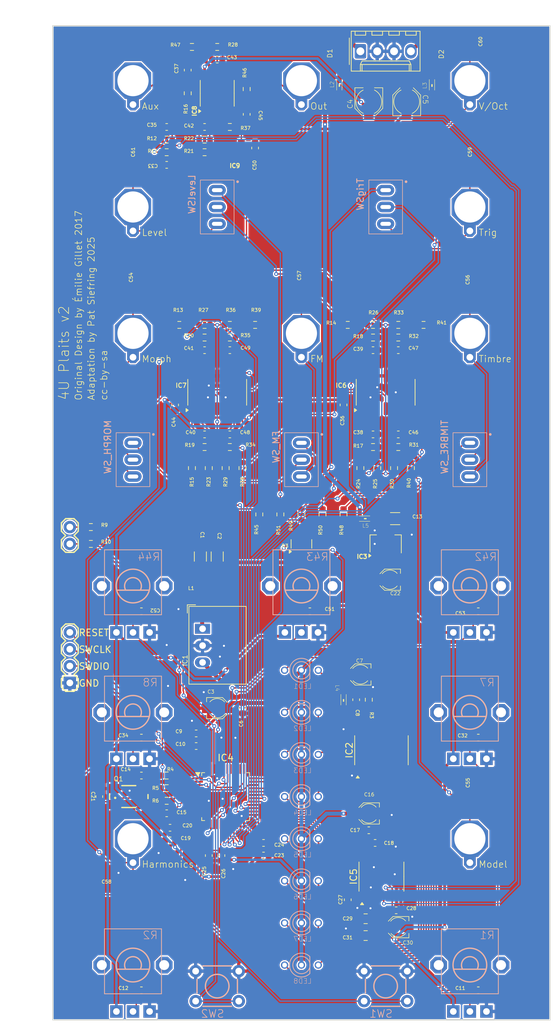
<source format=kicad_pcb>
(kicad_pcb (version 20240108) (generator "pcbnew") (generator_version "8.0")
  (layers (0 "F.Cu" signal) (31 "B.Cu" signal) (34 "B.Paste" user) (35 "F.Paste" user) (36 "B.SilkS" user "B.Silkscreen") (37 "F.SilkS" user "F.Silkscreen") (38 "B.Mask" user) (39 "F.Mask" user) (44 "Edge.Cuts" user))
  (net 0 "")
  (net 1 "GND")
  (net 2 "+3V3_A")
  (net 3 "N$7")
  (net 4 "N$8")
  (net 5 "VEE")
  (net 6 "VCC")
  (net 7 "+3V3")
  (net 8 "RESET")
  (net 9 "SWCLK")
  (net 10 "SWDIO")
  (net 11 "ADC_TRIG")
  (net 12 "V_OCT_IN")
  (net 13 "N$30")
  (net 14 "MORPH_IN")
  (net 15 "N$32")
  (net 16 "FM_IN")
  (net 17 "N$34")
  (net 18 "MODEL_IN")
  (net 19 "N$37")
  (net 20 "N$39")
  (net 21 "HARMONICS_IN")
  (net 22 "N$41")
  (net 23 "N$68")
  (net 24 "LEDS_SIN")
  (net 25 "LEDS_SCK")
  (net 26 "LEDS_SS")
  (net 27 "NORMALIZATION_PROBE")
  (net 28 "AREF_-10")
  (net 29 "N$56")
  (net 30 "N$64")
  (net 31 "N$1")
  (net 32 "N$3")
  (net 33 "TIMBRE_ATT")
  (net 34 "FREQ_POT")
  (net 35 "TIMBRE_POT")
  (net 36 "FREQ_ATT")
  (net 37 "MORPH_POT")
  (net 38 "MORPH_ATT")
  (net 39 "DAC_DIN")
  (net 40 "DAC_BCK")
  (net 41 "DAC_LRCK")
  (net 42 "N$6")
  (net 43 "N$16")
  (net 44 "N$48")
  (net 45 "N$54")
  (net 46 "N$55")
  (net 47 "N$58")
  (net 48 "N$60")
  (net 49 "N$62")
  (net 50 "N$63")
  (net 51 "N$65")
  (net 52 "N$69")
  (net 53 "ADC_V_OCT")
  (net 54 "ADC_FM")
  (net 55 "ADC_TIMBRE")
  (net 56 "ADC_MORPH")
  (net 57 "HARMONICS_POT")
  (net 58 "ADC_HARMONICS")
  (net 59 "ADC_MODEL")
  (net 60 "N$12")
  (net 61 "N$14")
  (net 62 "N$17")
  (net 63 "N$18")
  (net 64 "N$19")
  (net 65 "N$20")
  (net 66 "N$21")
  (net 67 "N$23")
  (net 68 "N$24")
  (net 69 "N$25")
  (net 70 "SW_1")
  (net 71 "SW_2")
  (net 72 "N$26")
  (net 73 "GATE_IN")
  (net 74 "N$28")
  (net 75 "N$36")
  (net 76 "ADC_GATE")
  (net 77 "TX")
  (net 78 "RX")
  (net 79 "N$2")
  (net 80 "N$5")
  (net 81 "N$9")
  (net 82 "N$10")
  (net 83 "N$11")
  (net 84 "N$13")
  (net 85 "N$15")
  (net 86 "N$22")
  (net 87 "N$33")
  (net 88 "N$51")
  (net 89 "N$4")
  (net 90 "N$27")
  (net 91 "N$31")
  (net 92 "GATE_IN1")
  (net 93 "N$29")
  (net 94 "N$35")
  (net 95 "N$38")
  (net 96 "N$40")
  (net 97 "N$42")
  (net 98 "N$46")
  (net 99 "N$47")
  (net 100 "N$43")
  (net 101 "FMJack")
  (net 102 "TimbreJack")
  (net 103 "MorphJack")
  (net 104 "TrigJack")
  (net 105 "LevelJack")
  (footprint "Capacitor_SMD:C_0603_1608Metric" (layer "F.Cu") (at 74.295 88.265 180)
    (property "Reference" "C38")
    (property "Value" "100p")
  )
  (footprint "plaits4U:0603" (layer "F.Cu") (at 69.85 128.27 90)
    (property "Reference" "L4")
    (property "Value" "")
  )
  (footprint "Resistor_SMD:R_0603_1608Metric" (layer "F.Cu") (at 56.515 71.755)
    (property "Reference" "R39")
    (property "Value" "100k")
  )
  (footprint "Capacitor_SMD:C_1206_3216Metric" (layer "F.Cu") (at 77.629 100.9648)
    (property "Reference" "C13")
    (property "Value" "22u")
  )
  (footprint "Resistor_SMD:R_0603_1608Metric" (layer "F.Cu") (at 46.99 93.345 -90)
    (property "Reference" "R15")
    (property "Value" "100k")
  )
  (footprint "Library:BananaJackHookup" (layer "F.Cu") (at 63.5 34.925)
    (property "Reference" "REF**" (hide yes))
    (property "Value" "BananaJackHookup" (hide yes))
  )
  (footprint "Capacitor_SMD:C_0603_1608Metric" (layer "F.Cu") (at 52.705 88.265)
    (property "Reference" "C48")
    (property "Value" "1.0n")
  )
  (footprint "Capacitor_SMD:C_0603_1608Metric" (layer "F.Cu") (at 43.701 149.479 180)
    (property "Reference" "C19")
    (property "Value" "1u")
  )
  (footprint "Resistor_SMD:R_0603_1608Metric" (layer "F.Cu") (at 72.39 93.345 -90)
    (property "Reference" "R24")
    (property "Value" "100k")
  )
  (footprint "Package_TO_SOT_SMD:SOT-23" (layer "F.Cu") (at 63.5 104.775 90)
    (property "Reference" "D3")
    (property "Value" "BAT54S")
  )
  (footprint "Capacitor_SMD:C_0603_1608Metric" (layer "F.Cu") (at 48.895 75.565 180)
    (property "Reference" "C41")
    (property "Value" "1.0n")
  )
  (footprint "Resistor_SMD:R_0603_1608Metric" (layer "F.Cu") (at 52.705 71.755 180)
    (property "Reference" "R36")
    (property "Value" "120k")
  )
  (footprint "Capacitor_SMD:C_0603_1608Metric" (layer "F.Cu") (at 90.17 172.085)
    (property "Reference" "C11")
    (property "Value" "100n")
  )
  (footprint "Resistor_SMD:R_0603_1608Metric" (layer "F.Cu") (at 52.705 41.91)
    (property "Reference" "R37")
    (property "Value" "2.2k")
  )
  (footprint "Resistor_SMD:R_0603_1608Metric" (layer "F.Cu") (at 45.085 71.755 180)
    (property "Reference" "R13")
    (property "Value" "100k")
  )
  (footprint "Capacitor_SMD:C_0603_1608Metric" (layer "F.Cu") (at 54.61 129.54 -90)
    (property "Reference" "C6")
    (property "Value" "100n")
  )
  (footprint "Package_SO:TSSOP-24_4.4x7.8mm_P0.65mm" (layer "F.Cu") (at 75.565 135.89 90)
    (property "Reference" "IC2")
    (property "Value" "TLC59281DBQ")
  )
  (footprint "Resistor_SMD:R_0603_1608Metric" (layer "F.Cu") (at 43.18 139.7 180)
    (property "Reference" "R4")
    (property "Value" "10k")
  )
  (footprint "Capacitor_SMD:C_0603_1608Metric" (layer "F.Cu") (at 44.45 83.82 -90)
    (property "Reference" "C44")
    (property "Value" "100n")
  )
  (footprint "Resistor_SMD:R_0603_1608Metric" (layer "F.Cu") (at 74.93 93.345 -90)
    (property "Reference" "R25")
    (property "Value" "200k")
  )
  (footprint "Resistor_SMD:R_0603_1608Metric" (layer "F.Cu") (at 48.895 43.815)
    (property "Reference" "R22")
    (property "Value" "33k")
  )
  (footprint "Resistor_SMD:R_0603_1608Metric" (layer "F.Cu") (at 43.18 43.815 180)
    (property "Reference" "R12")
    (property "Value" "2.2k")
  )
  (footprint "Resistor_SMD:R_0603_1608Metric" (layer "F.Cu") (at 31.75 104.775)
    (property "Reference" "R10")
    (property "Value" "100")
  )
  (footprint "Resistor_SMD:R_0603_1608Metric" (layer "F.Cu") (at 57.15 100.33 -90)
    (property "Reference" "R45")
    (property "Value" "10k")
  )
  (footprint "Resistor_SMD:R_0603_1608Metric" (layer "F.Cu") (at 48.895 71.755)
    (property "Reference" "R27")
    (property "Value" "200k")
  )
  (footprint "Resistor_SMD:R_0603_1608Metric" (layer "F.Cu") (at 66.675 100.33 90)
    (property "Reference" "R50")
    (property "Value" "10k")
  )
  (footprint "Package_QFP:LQFP-48_7x7mm_P0.5mm" (layer "F.Cu") (at 52.07 142.875)
    (property "Reference" "IC4")
    (property "Value" "STM32F373CCT6")
  )
  (footprint "Capacitor_SMD:C_0603_1608Metric" (layer "F.Cu") (at 51.435 151.765 -90)
    (property "Reference" "C26")
    (property "Value" "100n")
  )
  (footprint "plaits4U:PANASONIC_A" (layer "F.Cu") (at 78.105 162.56 180)
    (property "Reference" "C30")
    (property "Value" "10u")
  )
  (footprint "plaits4U:PANASONIC_B" (layer "F.Cu") (at 79.375 38.1 90)
    (property "Reference" "C5")
    (property "Value" "22u")
  )
  (footprint "Capacitor_SMD:C_1206_3216Metric" (layer "F.Cu") (at 48.26 106.68 90)
    (property "Reference" "C1")
    (property "Value" "22u")
  )
  (footprint "Capacitor_SMD:C_0603_1608Metric" (layer "F.Cu") (at 57.785 151.765)
    (property "Reference" "C23")
    (property "Value" "100n")
  )
  (footprint "Resistor_SMD:R_0603_1608Metric_Pad0.98x0.95mm_HandSolder" (layer "F.Cu") (at 55.245 36.195 -90)
    (property "Reference" "R46")
    (property "Value" "1.0k")
  )
  (footprint "Library:BananaJackHookup" (layer "F.Cu") (at 38.1 34.925)
    (property "Reference" "REF**" (hide yes))
    (property "Value" "BananaJackHookup" (hide yes))
  )
  (footprint "Resistor_SMD:R_0603_1608Metric_Pad0.98x0.95mm_HandSolder" (layer "F.Cu") (at 46.99 29.845)
    (property "Reference" "R47")
    (property "Value" "1.0k")
  )
  (footprint "Resistor_SMD:R_0603_1608Metric" (layer "F.Cu") (at 78.105 90.17 180)
    (property "Reference" "R31")
    (property "Value" "33k")
  )
  (footprint "Resistor_SMD:R_0603_1608Metric" (layer "F.Cu") (at 48.895 90.17)
    (property "Reference" "R19")
    (property "Value" "20k")
  )
  (footprint "Capacitor_SMD:C_0603_1608Metric" (layer "F.Cu") (at 78.105 75.565)
    (property "Reference" "C47")
    (property "Value" "1.0n")
  )
  (footprint "plaits4U:0603" (layer "F.Cu") (at 83.185 35.56 90)
    (property "Reference" "L3")
    (property "Value" "")
  )
  (footprint "plaits4U:C0603" (layer "F.Cu") (at 63.5 67.31 90)
    (property "Reference" "C57")
    (property "Value" "ESD")
  )
  (footprint "Library:BananaJackHookup" (layer "F.Cu") (at 88.9 149.225)
    (property "Reference" "REF**" (hide yes))
    (property "Value" "BananaJackHookup" (hide yes))
  )
  (footprint "plaits4U:0603" (layer "F.Cu") (at 69.215 35.56 90)
    (property "Reference" "L2")
    (property "Value" "")
  )
  (footprint "Library:BananaJackHookup" (layer "F.Cu") (at 38.1 73.025)
    (property "Reference" "REF**" (hide yes))
    (property "Value" "BananaJackHookup" (hide yes))
  )
  (footprint "Resistor_SMD:R_0603_1608Metric" (layer "F.Cu") (at 73.66 128.27 90)
    (property "Reference" "R3")
    (property "Value" "10k")
  )
  (footprint "Resistor_SMD:R_0603_1608Metric" (layer "F.Cu") (at 80.01 93.345 -90)
    (property "Reference" "R40")
    (property "Value" "100k")
  )
  (footprint "Resistor_SMD:R_0603_1608Metric" (layer "F.Cu") (at 74.295 90.17)
    (property "Reference" "R17")
    (property "Value" "56k")
  )
  (footprint "Capacitor_SMD:C_0603_1608Metric" (layer "F.Cu") (at 39.37 139.7)
    (property "Reference" "C14")
    (property "Value" "20p")
  )
  (footprint "plaits4U:0603" (layer "F.Cu") (at 73.025 100.965 180)
    (property "Reference" "L5")
    (property "Value" "")
  )
  (footprint "Capacitor_SMD:C_0603_1608Metric" (layer "F.Cu") (at 47.625 133.35 180)
    (property "Reference" "C9")
    (property "Value" "1u")
  )
  (footprint "Capacitor_SMD:C_0603_1608Metric" (layer "F.Cu") (at 78.105 88.265)
    (property "Reference" "C46")
    (property "Value" "100p")
  )
  (footprint "Package_SO:SSOP-20_4.4x6.5mm_P0.65mm" (layer "F.Cu") (at 75.565 154.94 90)
    (property "Reference" "IC5")
    (property "Value" "PCM5100APW")
  )
  (footprint "Package_TO_SOT_SMD:SOT-89-3" (layer "F.Cu") (at 76.2 104.775 90)
    (property "Reference" "IC3")
    (property "Value" "LD2981ABU33")
  )
  (footprint "Package_SO:SOIC-14_3.9x8.7mm_P1.27mm" (layer "F.Cu") (at 50.8 81.915 90)
    (property "Reference" "IC7")
    (property "Value" "MCP6004")
  )
  (footprint "Capacitor_SMD:C_0603_1608Metric" (layer "F.Cu") (at 50.8 31.75 180)
    (property "Reference" "C43")
    (property "Value" "100p")
  )
  (footprint "plaits4U:C0603" (layer "F.Cu") (at 88.9 67.31 90)
    (property "Reference" "C56")
    (property "Value" "ESD")
  )
  (footprint "Capacitor_SMD:C_0603_1608Metric" (layer "F.Cu") (at 49.53 151.765 -90)
    (property "Reference" "C25")
    (property "Value" "1u")
  )
  (footprint "Resistor_SMD:R_0603_1608Metric" (layer "F.Cu") (at 81.915 71.755)
    (property "Reference" "R41")
    (property "Value" "100k")
  )
  (footprint "Capacitor_SMD:C_0603_1608Metric" (layer "F.Cu") (at 74.6121 149.86)
    (property "Reference" "C18")
    (property "Value" "100n")
  )
  (footprint "Resistor_SMD:R_0603_1608Metric" (layer "F.Cu") (at 77.47 93.345 -90)
    (property "Reference" "R30")
    (property "Value" "200k")
  )
  (footprint "Capacitor_SMD:C_0603_1608Metric" (layer "F.Cu") (at 73.66 147.955)
    (property "Reference" "C17")
    (property "Value" "100n")
  )
  (footprint "plaits4U:SOD123" (layer "F.Cu") (at 83.185 30.48 -90)
    (property "Reference" "D2")
    (property "Value" "1N5819HW")
  )
  (footprint "plaits4U:C0603" (layer "F.Cu") (at 38.1 67.31 90)
    (property "Reference" "C54")
    (property "Value" "ESD")
  )
  (footprint "plaits4U:C0603" (layer "F.Cu") (at 36.83 156.21 180)
    (property "Reference" "C58")
    (property "Value" "ESD")
  )
  (footprint "Capacitor_SMD:C_0603_1608Metric" (layer "F.Cu") (at 39.37 133.985)
    (property "Reference" "C34")
    (property "Value" "100n")
  )
  (footprint "plaits4U:1X04" (layer "F.Cu") (at 28.575 125.73 90)
    (property "Reference" "JP6" (hide yes))
    (property "Value" "")
  )
  (footprint "Resistor_SMD:R_0603_1608Metric" (layer "F.Cu") (at 31.75 102.235)
    (property "Reference" "R9")
    (property "Value" "100")
  )
  (footprint "Connector_Molex:Molex_KK-254_AE-6410-04A_1x04_P2.54mm_Vertical" (layer "F.Cu") (at 72.39 30.5)
    (property "Reference" "REF**" (hide yes))
    (property "Value" "Molex_KK-254_AE-6410-04A_1x04_P2.54mm_Vertical" (hide yes))
  )
  (footprint "Capacitor_SMD:C_1206_3216Metric" (layer "F.Cu") (at 50.8 106.68 90)
    (property "Reference" "C2")
    (property "Value" "22u")
  )
  (footprint "Package_SO:SOIC-14_3.9x8.7mm_P1.27mm" (layer "F.Cu") (at 76.2 81.915 90)
    (property "Reference" "IC6")
    (property "Value" "MCP6004")
  )
  (footprint "Resistor_SMD:R_0603_1608Metric" (layer "F.Cu") (at 49.53 93.345 -90)
    (property "Reference" "R23")
    (property "Value" "120k")
  )
  (footprint "Capacitor_SMD:C_0603_1608Metric" (layer "F.Cu") (at 43.18 41.91 180)
    (property "Reference" "C35")
    (property "Value" "1.0n")
  )
  (footprint "Capacitor_SMD:C_0603_1608Metric" (layer "F.Cu") (at 56.515 45.085 -90)
    (property "Reference" "C50")
    (property "Value" "1u")
  )
  (footprint "plaits4U:C0603" (layer "F.Cu") (at 88.9 48.26 90)
    (property "Reference" "C59")
    (property "Value" "ESD")
  )
  (footprint "Resistor_SMD:R_0603_1608Metric" (layer "F.Cu") (at 48.895 73.66)
    (property "Reference" "R20")
    (property "Value" "33k")
  )
  (footprint "plaits4U:DBZ_R-PDSO-G3" (layer "F.Cu") (at 53.34 45.085 90)
    (property "Reference" "IC9")
    (property "Value" "LM4040B10")
  )
  (footprint "Capacitor_SMD:C_0603_1608Metric" (layer "F.Cu") (at 64.77 114.935)
    (property "Reference" "C51")
    (property "Value" "100n")
  )
  (footprint "Resistor_SMD:R_0603_1608Metric" (layer "F.Cu") (at 50.8 29.845)
    (property "Reference" "R28")
    (property "Value" "33k")
  )
  (footprint "plaits4U:1X02" (layer "F.Cu") (at 28.575 102.235 -90)
    (property "Reference" "JP5" (hide yes))
    (property "Value" "")
  )
  (footprint "plaits4U:PANASONIC_A" (layer "F.Cu") (at 72.39 124.46 180)
    (property "Reference" "C7")
    (property "Value" "10u")
  )
  (footprint "Resistor_SMD:R_0603_1608Metric" (layer "F.Cu") (at 43.18 141.605 180)
    (property "Reference" "R5")
    (property "Value" "100")
  )
  (footprint "Resistor_SMD:R_0603_1608Metric" (layer "F.Cu") (at 74.295 71.755)
    (property "Reference" "R26")
    (property "Value" "110k")
  )
  (footprint "Capacitor_SMD:C_0603_1608Metric" (layer "F.Cu") (at 69.85 83.82 -90)
    (property "Reference" "C36")
    (property "Value" "100n")
  )
  (footprint "Capacitor_SMD:C_0805_2012Metric_Pad1.18x1.45mm_HandSolder" (layer "F.Cu") (at 73.1839 161.29)
    (property "Reference" "C29")
    (property "Value" "2.2u")
  )
  (footprint "Capacitor_SMD:C_0603_1608Metric" (layer "F.Cu") (at 52.705 75.565)
    (property "Reference" "C49")
    (property "Value" "1.0n")
  )
  (footprint "plaits4U:PANASONIC_A" (layer "F.Cu") (at 50.8 129.54)
    (property "Reference" "C3")
    (property "Value" "10u")
  )
  (footprint "Capacitor_SMD:C_0603_1608Metric" (layer "F.Cu") (at 47.625 135.255 180)
    (property "Reference" "C10")
    (property "Value" "100n")
  )
  (footprint "Capacitor_SMD:C_0603_1608Metric" (layer "F.Cu") (at 70.485 158.4325 -90)
    (property "Reference" "C27")
    (property "Value" "100n")
  )
  (footprint "Library:BananaJackHookup" (layer "F.Cu") (at 88.9 53.975)
    (property "Reference" "REF**" (hide yes))
    (property "Value" "BananaJackHookup" (hide yes))
  )
  (footprint "plaits4U:CTS406" (layer "F.Cu") (at 37.465 142.87)
    (property "Reference" "Q1")
    (property "Value" "8MHz")
  )
  (footprint "Capacitor_SMD:C_0603_1608Metric" (layer "F.Cu") (at 74.295 75.565 180)
    (property "Reference" "C39")
    (property "Value" "1.0n")
  )
  (footprint "Library:BananaJackHookup" (layer "F.Cu") (at 88.9 73.025)
    (property "Reference" "REF**" (hide yes))
    (property "Value" "BananaJackHookup" (hide yes))
  )
  (footprint "Capacitor_SMD:C_0603_1608Metric" (layer "F.Cu") (at 43.18 145.3896 180)
    (property "Reference" "C15")
    (property "Value" "100n")
  )
  (footprint "Capacitor_SMD:C_0603_1608Metric" (layer "F.Cu") (at 57.785 149.86)
    (property "Reference" "C24")
    (property "Value" "1u")
  )
  (footprint "Resistor_SMD:R_0603_1608Metric" (layer "F.Cu") (at 52.705 90.17 180)
    (property "Reference" "R34")
    (property "Value" "33k")
  )
  (footprint "Capacitor_SMD:C_0603_1608Metric" (layer "F.Cu") (at 90.17 114.935)
    (property "Reference" "C53")
    (property "Value" "100n")
  )
  (footprint "Resistor_SMD:R_0603_1608Metric" (layer "F.Cu") (at 78.105 73.66 180)
    (property "Reference" "R32")
    (property "Value" "20k")
  )
  (footprint "Capacitor_SMD:C_0603_1608Metric" (layer "F.Cu") (at 48.895 41.91 180)
    (property "Reference" "C42")
    (property "Value" "100p")
  )
  (footprint "Capacitor_SMD:C_0603_1608Metric" (layer "F.Cu") (at 43.688 147.574 180)
    (property "Reference" "C20")
    (property "Value" "100n")
  )
  (footprint "plaits4U:PANASONIC_A" (layer "F.Cu") (at 73.66 145.415 180)
    (property "Reference" "C16")
    (property "Value" "10u")
  )
  (footprint "Resistor_SMD:R_0603_1608Metric" (layer "F.Cu") (at 52.705 73.66 180)
    (property "Reference" "R35")
    (property "Value" "20k")
  )
  (footprint "Resistor_SMD:R_0603_1608Metric" (layer "F.Cu") (at 48.895 45.72 180)
    (property "Reference" "R21")
    (property "Value" "10k")
  )
  (footprint "Capacitor_SMD:C_0603_1608Metric" (layer "F.Cu") (at 77.7874 160.02)
    (property "Reference" "C28")
    (property "Value" "100n")
  )
  (footprint "Library:BananaJackHookup" (layer "F.Cu") (at 88.9 34.925)
    (property "Reference" "REF**" (hide yes))
    (property "Value" "BananaJackHookup" (hide yes))
  )
  (footprint "Capacitor_SMD:C_0603_1608Metric" (layer "F.Cu") (at 71.755 128.27 90)
    (property "Reference" "C8")
    (property "Value" "100n")
  )
  (footprint "Converter_DCDC:Converter_DCDC_RECOM_R-78E-0.5_THT" (layer "F.Cu") (at 48.5925 117.568 -90)
    (property "Reference" "IC1")
    (property "Value" "R-78E3.3-0.5")
  )
  (footprint "plaits4U:SOD123" (layer "F.Cu") (at 69.215 30.48 90)
    (property "Reference" "D1")
    (property "Value" "1N5819HW")
  )
  (footprint "Capacitor_SMD:C_0603_1608Metric" (layer "F.Cu") (at 55.245 40.005 90)
    (property "Reference" "C45")
    (property "Value" "100n")
  )
  (footprint "Capacitor_SMD:C_0805_2012Metric_Pad1.18x1.45mm_HandSolder" (layer "F.Cu") (at 73.1837 163.83 180)
    (property "Reference" "C31")
    (property "Value" "2.2u")
  )
  (footprint "Capacitor_SMD:C_0603_1608Metric" (layer "F.Cu") (at 48.895 88.265 180)
    (property "Reference" "C40")
    (property "Value" "1.0n")
  )
  (footprint "plaits4U:C0603" (layer "F.Cu") (at 38.1 48.26 90)
    (property "Reference" "C61")
    (property "Value" "ESD")
  )
  (footprint "Capacitor_SMD:C_0603_1608Metric" (layer "F.Cu") (at 33.02 142.875 -90)
    (property "Reference" "C21")
    (property "Value" "20p")
  )
  (footprint "Resistor_SMD:R_0603_1608Metric" (layer "F.Cu") (at 63.5 100.33 -90)
    (property "Reference" "R49")
    (property "Value" "10k")
  )
  (footprint "Resistor_SMD:R_0603_1608Metric" (layer "F.Cu") (at 69.85 100.33 -90)
    (property "Reference" "R48")
    (property "Value" "10k")
  )
  (footprint "plaits4U:PANASONIC_B" (layer "F.Cu") (at 73.66 38.1 -90)
    (property "Reference" "C4")
    (property "Value" "22u")
  )
  (footprint "Library:BananaJackHookup" (layer "F.Cu") (at 38.1 53.975)
    (property "Reference" "REF**" (hide yes))
    (property "Value" "BananaJackHookup" (hide yes))
  )
  (footprint "Resistor_SMD:R_0603_1608Metric" (layer "F.Cu") (at 43.18 45.72 180)
    (property "Reference" "R11")
    (property "Value" "2.2k")
  )
  (footprint "Resistor_SMD:R_0603_1608Metric" (layer "F.Cu") (at 74.295 73.66)
    (property "Reference" "R18")
    (property "Value" "33k")
  )
  (footprint "Resistor_SMD:R_0603_1608Metric" (layer "F.Cu") (at 52.07 93.345 -90)
    (property "Reference" "R29")
    (property "Value" "140k")
  )
  (footprint "Resistor_SMD:R_0603_1608Metric" (layer "F.Cu") (at 54.61 93.345 -90)
    (property "Reference" "R38")
    (property "Value" "100k")
  )
  (footprint "Resistor_SMD:R_0603_1608Metric" (layer "F.Cu") (at 78.105 71.755 180)
    (property "Reference" "R33")
    (property "Value" "120k")
  )
  (footprint "Library:BananaJackHookup" (layer "F.Cu") (at 38.1 149.225)
    (property "Reference" "REF**" (hide yes))
    (property "Value" "BananaJackHookup" (hide yes))
  )
  (footprint "plaits4U:PANASONIC_A" (layer "F.Cu") (at 76.8352 110.1723 180)
    (property "Reference" "C22")
    (property "Value" "10u")
  )
  (footprint "Capacitor_SMD:C_0603_1608Metric" (layer "F.Cu") (at 43.18 47.625 180)
    (property "Reference" "C33")
    (property "Value" "1.0n")
  )
  (footprint "Capacitor_SMD:C_0603_1608Metric" (layer "F.Cu") (at 90.17 133.985)
    (property "Reference" "C32")
    (property "Value" "100n")
  )
  (footprint "Resistor_SMD:R_0603_1608Metric" (layer "F.Cu") (at 43.18 143.51 180)
    (property "Reference" "R6")
    (property "Value" "100")
  )
  (footprint "Package_SO:SOIC-8_3.9x4.9mm_P1.27mm" (layer "F.Cu") (at 50.8 36.83 90)
    (property "Reference" "IC8")
    (property "Value" "TL072PW")
  )
  (footprint "plaits4U:C0603" (layer "F.Cu") (at 88.9 29.21 90)
    (property "Reference" "C60")
    (property "Value" "ESD")
  )
  (footprint "plaits4U:C0603" (layer "F.Cu") (at 88.9 143.51 90)
    (property "Reference" "C55")
    (property "Value" "ESD")
  )
  (footprint "Library:BananaJackHookup" (layer "F.Cu") (at 63.5 73.025)
    (property "Reference" "REF**" (hide yes))
    (property "Value" "BananaJackHookup" (hide yes))
  )
  (footprint "Capacitor_SMD:C_0603_1608Metric" (layer "F.Cu") (at 39.37 114.935)
    (property "Reference" "C52")
    (property "Value" "100n")
  )
  (footprint "plaits4U:L2012C" (layer "F.Cu") (at 49.53 111.76 180)
    (property "Reference" "L1")
    (property "Value" "33u")
  )
  (footprint "Resistor_SMD:R_0603_1608Metric" (layer "F.Cu") (at 60.325 100.33 -90)
    (property "Reference" "R51")
    (property "Value" "10k")
  )
  (footprint "Resistor_SMD:R_0603_1608Metric" (layer "F.Cu") (at 70.485 71.755 180)
    (property "Reference" "R14")
    (property "Value" "100k")
  )
  (footprint "Capacitor_SMD:C_0603_1608Metric" (layer "F.Cu") (at 39.37 172.085)
    (property "Reference" "C12")
    (property "Value" "100n")
  )
  (footprint "Capacitor_SMD:C_0603_1608Metric" (layer "F.Cu") (at 46.355 33.3375 90)
    (property "Reference" "C37")
    (property "Value" "100n")
  )
  (footprint "Resistor_SMD:R_0603_1608Metric" (layer "F.Cu") (at 46.355 36.83 -90)
    (property "Reference" "R16")
    (property "Value" "10k")
  )
  (footprint "plaits4U:ALPS_POT_VERTICAL_PS" (layer "B.Cu") (at 38.1 111.125)
    (property "Reference" "R44")
    (property "Value" "10kB")
  )
  (footprint "plaits4U:LED-BICOLOR-THROUGHHOLE-LUMEX" (layer "B.Cu") (at 63.5 149.225 180)
    (property "Reference" "LED5")
    (property "Value" "SSL-LX3059IGW-CA" (hide yes))
  )
  (footprint "plaits4U:ALPS_POT_VERTICAL_PS" (layer "B.Cu") (at 38.1 130.175)
    (property "Reference" "R8")
    (property "Value" "10kB")
  )
  (footprint "plaits4U:TACTILE-PTH" (layer "B.Cu") (at 50.8 171.45 180)
    (property "Reference" "SW2")
    (property "Value" "" (hide yes))
  )
  (footprint "Library:SubMiniSwitch2.54mm" (layer "B.Cu") (at 50.8 53.975 -90)
    (property "Reference" "LevelSW")
    (property "Value" "SubMiniSPDT2.54mm")
  )
  (footprint "plaits4U:LED-BICOLOR-THROUGHHOLE-LUMEX" (layer "B.Cu") (at 63.5 168.275 180)
    (property "Reference" "LED8")
    (property "Value" "SSL-LX3059IGW-CA" (hide yes))
  )
  (footprint "plaits4U:TACTILE-PTH" (layer "B.Cu") (at 76.2 171.45 180)
    (property "Reference" "SW1")
    (property "Value" "" (hide yes))
  )
  (footprint "plaits4U:ALPS_POT_VERTICAL_PS" (layer "B.Cu") (at 88.9 111.125)
    (property "Reference" "R42")
    (property "Value" "10kB")
  )
  (footprint "Library:SubMiniSwitch2.54mm" (layer "B.Cu") (at 63.5 92.075 -90)
    (property "Reference" "FM_SW")
    (property "Value" "SubMiniSPDT2.54mm")
  )
  (footprint "plaits4U:LED-BICOLOR-THROUGHHOLE-LUMEX" (layer "B.Cu") (at 63.5 142.875 180)
    (property "Reference" "LED4")
    (property "Value" "SSL-LX3059IGW-CA" (hide yes))
  )
  (footprint "plaits4U:ALPS_POT_VERTICAL_PS" (layer "B.Cu") (at 63.5 111.125)
    (property "Reference" "R43")
    (property "Value" "10kB")
  )
  (footprint "plaits4U:ALPS_POT_VERTICAL_PS" (layer "B.Cu") (at 88.9 168.275)
    (property "Reference" "R1")
    (property "Value" "10kB")
  )
  (footprint "plaits4U:ALPS_POT_VERTICAL_PS" (layer "B.Cu") (at 38.1 168.275)
    (property "Reference" "R2")
    (property "Value" "10kB")
  )
  (footprint "plaits4U:LED-BICOLOR-THROUGHHOLE-LUMEX" (layer "B.Cu") (at 63.5 155.575 180)
    (property "Reference" "LED6")
    (property "Value" "SSL-LX3059IGW-CA" (hide yes))
  )
  (footprint "Library:SubMiniSwitch2.54mm" (layer "B.Cu") (at 38.1 92.075 -90)
    (property "Reference" "MORPH_SW")
    (property "Value" "SubMiniSPDT2.54mm")
  )
  (footprint "Library:SubMiniSwitch2.54mm" (layer "B.Cu") (at 88.9 92.075 -90)
    (property "Reference" "TIMBRE_SW")
    (property "Value" "SubMiniSPDT2.54mm")
  )
  (footprint "plaits4U:LED-BICOLOR-THROUGHHOLE-LUMEX" (layer "B.Cu") (at 63.5 161.925 180)
    (property "Reference" "LED7")
    (property "Value" "SSL-LX3059IGW-CA" (hide yes))
  )
  (footprint "plaits4U:LED-BICOLOR-THROUGHHOLE-LUMEX" (layer "B.Cu") (at 63.5 123.825 180)
    (property "Reference" "LED1")
    (property "Value" "SSL-LX3059IGW-CA" (hide yes))
  )
  (footprint "Library:SubMiniSwitch2.54mm" (layer "B.Cu") (at 76.2 53.975 -90)
    (property "Reference" "TrigSW")
    (property "Value" "SubMiniSPDT2.54mm")
  )
  (footprint "plaits4U:LED-BICOLOR-THROUGHHOLE-LUMEX" (layer "B.Cu") (at 63.5 130.175 180)
    (property "Reference" "LED2")
    (property "Value" "SSL-LX3059IGW-CA" (hide yes))
  )
  (footprint "plaits4U:LED-BICOLOR-THROUGHHOLE-LUMEX" (layer "B.Cu") (at 63.5 136.525 180)
    (property "Reference" "LED3")
    (property "Value" "SSL-LX3059IGW-CA" (hide yes))
  )
  (footprint "plaits4U:ALPS_POT_VERTICAL_PS" (layer "B.Cu") (at 88.9 130.175)
    (property "Reference" "R7")
    (property "Value" "10kB")
  )
  (gr_rect (start 26.035 26.67) (end 100.965 176.53) (stroke (width 0.2)) (fill none) (layer "Edge.Cuts"))
  (gr_text "cc-by-sa" (at 34.29 83.185 90) (layer "F.SilkS") (effects (font (size 1 1) (thickness 0.1)) (justify left bottom)))
  (gr_text "SWCLK" (at 29.845 121.285 0) (layer "F.SilkS") (effects (font (size 1 1)) (justify left bottom)))
  (gr_text "SWDIO" (at 29.845 123.825 0) (layer "F.SilkS") (effects (font (size 1 1)) (justify left bottom)))
  (gr_text "RESET" (at 29.845 118.745 0) (layer "F.SilkS") (effects (font (size 1 1)) (justify left bottom)))
  (gr_text "GND" (at 29.845 126.365 0) (layer "F.SilkS") (effects (font (size 1 1)) (justify left bottom)))
  (gr_text "Original Design by Émilie Gillet 2017" (at 30.48 83.185 90) (layer "F.SilkS") (effects (font (size 1 1) (thickness 0.1)) (justify left bottom)))
  (gr_text "4U Plaits v2" (at 28.575 83.185 90) (layer "F.SilkS") (effects (font (size 1.5 1.5) (thickness 0.1)) (justify left bottom)))
  (gr_text "Adaptation by Pat Siefring 2025" (at 32.385 83.185 90) (layer "F.SilkS") (effects (font (size 1 1) (thickness 0.1)) (justify left bottom)))
  (via (at 74.549 102.743) (size 0.6) (drill 0.3) (layers "F.Cu" "B.Cu") (net 1))
  (via (at 51.6128 143.2052) (size 0.6) (drill 0.3) (layers "F.Cu" "B.Cu") (net 1))
  (via (at 49.403 82.677) (size 0.6) (drill 0.3) (layers "F.Cu" "B.Cu") (net 1))
  (via (at 71.12 139.7) (size 0.6) (drill 0.3) (layers "F.Cu" "B.Cu") (net 1))
  (via (at 48.768 127.127) (size 0.6) (drill 0.3) (layers "F.Cu" "B.Cu") (net 1))
  (via (at 54.483 145.796) (size 0.6) (drill 0.3) (layers "F.Cu" "B.Cu") (net 1))
  (via (at 43.18 120.015) (size 0.6) (drill 0.3) (layers "F.Cu" "B.Cu") (net 1))
  (via (at 49.53 80.899) (size 0.6) (drill 0.3) (layers "F.Cu" "B.Cu") (net 1))
  (via (at 73.914 82.677) (size 0.6) (drill 0.3) (layers "F.Cu" "B.Cu") (net 1))
  (via (at 77.724 150.4188) (size 0.6) (drill 0.3) (layers "F.Cu" "B.Cu") (net 1))
  (via (at 45.974 155.448) (size 0.6) (drill 0.3) (layers "F.Cu" "B.Cu") (net 1))
  (via (at 50.8 140.1064) (size 0.6) (drill 0.3) (layers "F.Cu" "B.Cu") (net 1))
  (via (at 77.724 81.915) (size 0.6) (drill 0.3) (layers "F.Cu" "B.Cu") (net 1))
  (via (at 53.5432 134.0104) (size 0.6) (drill 0.3) (layers "F.Cu" "B.Cu") (net 1))
  (via (at 69.85 132.715) (size 0.6) (drill 0.3) (layers "F.Cu" "B.Cu") (net 1))
  (via (at 51.435 133.985) (size 0.6) (drill 0.3) (layers "F.Cu" "B.Cu") (net 1))
  (via (at 80.137 103.378) (size 0.6) (drill 0.3) (layers "F.Cu" "B.Cu") (net 1))
  (via (at 73.9648 156.5656) (size 0.6) (drill 0.3) (layers "F.Cu" "B.Cu") (net 1))
  (via (at 74.295 126.365) (size 0.6) (drill 0.3) (layers "F.Cu" "B.Cu") (net 1))
  (via (at 35.9156 154.3812) (size 0.6) (drill 0.3) (layers "F.Cu" "B.Cu") (net 1))
  (via (at 74.93 81.153) (size 0.6) (drill 0.3) (layers "F.Cu" "B.Cu") (net 1))
  (via (at 71.9328 159.6644) (size 0.6) (drill 0.3) (layers "F.Cu" "B.Cu") (net 1))
  (via (at 53.213 153.797) (size 0.6) (drill 0.3) (layers "F.Cu" "B.Cu") (net 1))
  (via (at 46.99 131.445) (size 0.6) (drill 0.3) (layers "F.Cu" "B.Cu") (net 1))
  (via (at 51.816 120.142) (size 0.6) (drill 0.3) (layers "F.Cu" "B.Cu") (net 1))
  (via (at 51.2064 121.7676) (size 0.6) (drill 0.3) (layers "F.Cu" "B.Cu") (net 1))
  (via (at 52.07 82.677) (size 0.6) (drill 0.3) (layers "F.Cu" "B.Cu") (net 1))
  (via (at 44.958 114.6048) (size 0.6) (drill 0.3) (layers "F.Cu" "B.Cu") (net 1))
  (via (at 70.2056 162.7632) (size 0.6) (drill 0.3) (layers "F.Cu" "B.Cu") (net 1))
  (via (at 37.592 141.986) (size 0.6) (drill 0.3) (layers "F.Cu" "B.Cu") (net 1))
  (via (at 73.914 159.7152) (size 0.6) (drill 0.3) (layers "F.Cu" "B.Cu") (net 1))
  (via (at 77.1144 145.6436) (size 0.6) (drill 0.3) (layers "F.Cu" "B.Cu") (net 1))
  (via (at 74.422 153.5176) (size 0.6) (drill 0.3) (layers "F.Cu" "B.Cu") (net 1))
  (via (at 80.2132 160.9852) (size 0.6) (drill 0.3) (layers "F.Cu" "B.Cu") (net 1))
  (via (at 41.9608 151.384) (size 0.6) (drill 0.3) (layers "F.Cu" "B.Cu") (net 1))
  (via (at 49.53 143.51) (size 0.6) (drill 0.3) (layers "F.Cu" "B.Cu") (net 1))
  (via (at 77.5716 154.5844) (size 0.6) (drill 0.3) (layers "F.Cu" "B.Cu") (net 1))
  (via (at 43.3832 126.1872) (size 0.6) (drill 0.3) (layers "F.Cu" "B.Cu") (net 1))
  (via (at 74.549 104.775) (size 0.6) (drill 0.3) (layers "F.Cu" "B.Cu") (net 1))
  (segment (start 50.8 82.55) (end 50.165 81.915) (width 0.2) (layer "F.Cu") (net 2))
  (segment (start 61 118.125) (end 60.4292 118.6958) (width 0.4) (layer "F.Cu") (net 2))
  (segment (start 39.395 121.92) (end 35.6 118.125) (width 0.4) (layer "F.Cu") (net 2))
  (segment (start 57.01 149.2275) (end 54.82 147.0375) (width 0.2) (layer "F.Cu") (net 2))
  (segment (start 47.01 144.125) (end 47.9075 144.125) (width 0.2) (layer "F.Cu") (net 2))
  (segment (start 75.5352 110.1723) (end 83.4879 118.125) (width 0.4) (layer "F.Cu") (net 2))
  (segment (start 76.805 163.7526) (end 76.805 162.56) (width 0.4) (layer "F.Cu") (net 2))
  (segment (start 77.47 164.4176) (end 76.805 163.7526) (width 0.4) (layer "F.Cu") (net 2))
  (segment (start 57.01 146.4025) (end 56.2325 145.625) (width 0.2) (layer "F.Cu") (net 2))
  (segment (start 71.6253 114.0822) (end 63.0828 114.0822) (width 0.4) (layer "F.Cu") (net 2))
  (segment (start 69.85 83.045) (end 69.85 82.55) (width 0.2) (layer "F.Cu") (net 2))
  (segment (start 43.815 121.92) (end 39.395 121.92) (width 0.4) (layer "F.Cu") (net 2))
  (segment (start 77.19 156.7428) (end 76.4032 155.956) (width 0.2) (layer "F.Cu") (net 2))
  (segment (start 83.4879 118.125) (end 86.4 118.125) (width 0.4) (layer "F.Cu") (net 2))
  (segment (start 70.485 81.915) (end 75.565 81.915) (width 0.2) (layer "F.Cu") (net 2))
  (segment (start 77.19 157.815) (end 77.19 156.7428) (width 0.2) (layer "F.Cu") (net 2))
  (segment (start 72.64 157.815) (end 70.6425 157.815) (width 0.2) (layer "F.Cu") (net 2))
  (segment (start 70.6425 157.815) (end 70.485 157.6575) (width 0.2) (layer "F.Cu") (net 2))
  (segment (start 44.437 83.058) (end 44.45 83.045) (width 0.4) (layer "F.Cu") (net 2))
  (segment (start 77.19 157.815) (end 77.19 159.8424) (width 0.2) (layer "F.Cu") (net 2))
  (segment (start 50.8 84.39) (end 50.8 82.55) (width 0.2) (layer "F.Cu") (net 2))
  (segment (start 60.4292 118.6958) (end 57.1992 118.6958) (width 0.4) (layer "F.Cu") (net 2))
  (segment (start 72.64 156.8236) (end 72.64 157.815) (width 0.2) (layer "F.Cu") (net 2))
  (segment (start 76.4032 155.956) (end 73.5076 155.956) (width 0.2) (layer "F.Cu") (net 2))
  (segment (start 69.85 82.55) (end 70.485 81.915) (width 0.2) (layer "F.Cu") (net 2))
  (segment (start 45.085 81.915) (end 44.45 82.55) (width 0.2) (layer "F.Cu") (net 2))
  (segment (start 44.45 150.495) (end 44.45 149.365) (width 0.4) (layer "F.Cu") (net 2))
  (segment (start 85.09 138.485) (end 85.09 162.56) (width 0.4) (layer "F.Cu") (net 2))
  (segment (start 44.45 82.55) (end 44.45 83.045) (width 0.2) (layer "F.Cu") (net 2))
  (segment (start 77.0124 160.02) (end 77.0124 162.3526) (width 0.2) (layer "F.Cu") (net 2))
  (segment (start 44.59 147.955) (end 44.59 149.225) (width 0.2) (layer "F.Cu") (net 2))
  (segment (start 76.2 82.55) (end 76.2 84.39) (width 0.2) (layer "F.Cu") (net 2))
  (segment (start 77.0124 162.3526) (end 76.805 162.56) (width 0.2) (layer "F.Cu") (net 2))
  (segment (start 53.835 154.94) (end 57.01 151.765) (width 0.4) (layer "F.Cu") (net 2))
  (segment (start 44.45 149.365) (end 44.59 149.225) (width 0.4) (layer "F.Cu") (net 2))
  (segment (start 42.8752 83.058) (end 44.437 83.058) (width 0.4) (layer "F.Cu") (net 2))
  (segment (start 63.0828 114.0822) (end 61 116.165) (width 0.4) (layer "F.Cu") (net 2))
  (segment (start 50.165 81.915) (end 45.085 81.915) (width 0.2) (layer "F.Cu") (net 2))
  (segment (start 49.53 154.94) (end 53.835 154.94) (width 0.4) (layer "F.Cu") (net 2))
  (segment (start 57.1992 118.6958) (end 52.07 123.825) (width 0.4) (layer "F.Cu") (net 2))
  (segment (start 57.01 149.86) (end 57.01 149.2275) (width 0.2) (layer "F.Cu") (net 2))
  (segment (start 58.2806 83.045) (end 69.85 83.045) (width 0.4) (layer "F.Cu") (net 2))
  (segment (start 57.01 151.765) (end 57.01 149.86) (width 0.2) (layer "F.Cu") (net 2))
  (segment (start 44.59 146.545) (end 47.01 144.125) (width 0.2) (layer "F.Cu") (net 2))
  (segment (start 73.5076 155.956) (end 72.64 156.8236) (width 0.2) (layer "F.Cu") (net 2))
  (segment (start 86.4 137.175) (end 85.09 138.485) (width 0.4) (layer "F.Cu") (net 2))
  (segment (start 57.01 149.86) (end 57.01 146.4025) (width 0.2) (layer "F.Cu") (net 2))
  (segment (start 74.7 109.3371) (end 75.5352 110.1723) (width 0.4) (layer "F.Cu") (net 2))
  (segment (start 74.7 106.725) (end 74.7 109.3371) (width 0.4) (layer "F.Cu") (net 2))
  (segment (start 75.5352 110.1723) (end 71.6253 114.0822) (width 0.4) (layer "F.Cu") (net 2))
  (segment (start 44.59 147.955) (end 44.59 146.545) (width 0.2) (layer "F.Cu") (net 2))
  (segment (start 55.6006 85.725) (end 58.2806 83.045) (width 0.4) (layer "F.Cu") (net 2))
  (segment (start 77.19 159.8424) (end 77.0124 160.02) (width 0.2) (layer "F.Cu") (net 2))
  (segment (start 61 116.165) (end 61 118.125) (width 0.4) (layer "F.Cu") (net 2))
  (segment (start 75.565 81.915) (end 76.2 82.55) (width 0.2) (layer "F.Cu") (net 2))
  (via (at 44.45 150.495) (size 0.6) (drill 0.3) (layers "F.Cu" "B.Cu") (net 2))
  (via (at 42.8752 83.058) (size 0.6) (drill 0.3) (layers "F.Cu" "B.Cu") (net 2))
  (via (at 55.6006 85.725) (size 0.6) (drill 0.3) (layers "F.Cu" "B.Cu") (net 2))
  (via (at 49.53 154.94) (size 0.6) (drill 0.3) (layers "F.Cu" "B.Cu") (net 2))
  (via (at 52.07 123.825) (size 0.6) (drill 0.3) (layers "F.Cu" "B.Cu") (net 2))
  (via (at 77.47 164.4176) (size 0.6) (drill 0.3) (layers "F.Cu" "B.Cu") (net 2))
  (via (at 85.09 162.56) (size 0.6) (drill 0.3) (layers "F.Cu" "B.Cu") (net 2))
  (via (at 43.815 121.92) (size 0.6) (drill 0.3) (layers "F.Cu" "B.Cu") (net 2))
  (segment (start 35.6 168.144658) (end 35.6 175.275) (width 0.4) (layer "B.Cu") (net 2))
  (segment (start 35.6 103.505712) (end 42.8752 96.230512) (width 0.4) (layer "B.Cu") (net 2))
  (segment (start 46.855 87.0378) (end 42.8752 83.058) (width 0.4) (layer "B.Cu") (net 2))
  (segment (start 55.6006 85.725) (end 54.2878 87.0378) (width 0.4) (layer "B.Cu") (net 2))
  (segment (start 35.6 137.175) (end 34.29 138.485) (width 0.4) (layer "B.Cu") (net 2))
  (segment (start 35.6 118.125) (end 35.6 103.505712) (width 0.4) (layer "B.Cu") (net 2))
  (segment (start 86.4 173.3476) (end 86.4 175.275) (width 0.4) (layer "B.Cu") (net 2))
  (segment (start 34.29 138.485) (end 34.29 166.834658) (width 0.4) (layer "B.Cu") (net 2))
  (segment (start 54.2878 87.0378) (end 46.855 87.0378) (width 0.4) (layer "B.Cu") (net 2))
  (segment (start 35.6 141.645) (end 44.45 150.495) (width 0.4) (layer "B.Cu") (net 2))
  (segment (start 77.47 164.4176) (end 86.4 173.3476) (width 0.4) (layer "B.Cu") (net 2))
  (segment (start 50.8 125.095) (end 47.313554 125.095) (width 0.4) (layer "B.Cu") (net 2))
  (segment (start 85.09 162.56) (end 79.3276 162.56) (width 0.4) (layer "B.Cu") (net 2))
  (segment (start 48.895 154.94) (end 49.53 154.94) (width 0.4) (layer "B.Cu") (net 2))
  (segment (start 34.29 166.834658) (end 35.6 168.144658) (width 0.4) (layer "B.Cu") (net 2))
  (segment (start 79.3276 162.56) (end 77.47 164.4176) (width 0.4) (layer "B.Cu") (net 2))
  (segment (start 52.07 123.825) (end 50.8 125.095) (width 0.4) (layer "B.Cu") (net 2))
  (segment (start 86.4 118.125) (end 86.4 137.175) (width 0.4) (layer "B.Cu") (net 2))
  (segment (start 35.6 118.125) (end 35.6 137.175) (width 0.4) (layer "B.Cu") (net 2))
  (segment (start 35.6 137.175) (end 35.6 141.645) (width 0.4) (layer "B.Cu") (net 2))
  (segment (start 44.45 150.495) (end 48.895 154.94) (width 0.4) (layer "B.Cu") (net 2))
  (segment (start 42.8752 96.230512) (end 42.8752 83.058) (width 0.4) (layer "B.Cu") (net 2))
  (segment (start 44.138554 121.92) (end 43.815 121.92) (width 0.4) (layer "B.Cu") (net 2))
  (segment (start 47.313554 125.095) (end 44.138554 121.92) (width 0.4) (layer "B.Cu") (net 2))
  (segment (start 44.005 141.605) (end 44.525 142.125) (width 0.2) (layer "F.Cu") (net 3))
  (segment (start 44.525 142.125) (end 47.9075 142.125) (width 0.2) (layer "F.Cu") (net 3))
  (segment (start 44.005 143.51) (end 44.89 142.625) (width 0.2) (layer "F.Cu") (net 4))
  (segment (start 44.89 142.625) (end 47.9075 142.625) (width 0.2) (layer "F.Cu") (net 4))
  (segment (start 55.245 39.23) (end 57.0928 41.0778) (width 0.4) (layer "F.Cu") (net 5))
  (segment (start 52.705 39.305) (end 52.705 41.085) (width 0.4) (layer "F.Cu") (net 5))
  (segment (start 58.2168 42.2148) (end 76.8602 42.2148) (width 0.4) (layer "F.Cu") (net 5))
  (segment (start 55.245 39.23) (end 52.78 39.23) (width 0.4) (layer "F.Cu") (net 5))
  (segment (start 76.8602 42.2148) (end 79.375 39.7) (width 0.4) (layer "F.Cu") (net 5))
  (segment (start 52.78 39.23) (end 52.705 39.305) (width 0.4) (layer "F.Cu") (net 5))
  (segment (start 57.0928 41.0778) (end 57.0928 41.0908) (width 0.4) (layer "F.Cu") (net 5))
  (segment (start 82.615 36.46) (end 79.375 39.7) (width 0.4) (layer "F.Cu") (net 5))
  (segment (start 83.185 36.46) (end 82.615 36.46) (width 0.4) (layer "F.Cu") (net 5))
  (segment (start 52.705 41.085) (end 51.88 41.91) (width 0.4) (layer "F.Cu") (net 5))
  (segment (start 57.0928 41.0908) (end 58.2168 42.2148) (width 0.4) (layer "F.Cu") (net 5))
  (segment (start 72.455 39.7) (end 69.215 36.46) (width 0.4) (layer "F.Cu") (net 6))
  (segment (start 72.4916 38.1508) (end 73.66 39.3192) (width 0.4) (layer "F.Cu") (net 6))
  (segment (start 73.66 39.7) (end 72.455 39.7) (width 0.4) (layer "F.Cu") (net 6))
  (segment (start 48.895 32.8422) (end 48.9204 32.8168) (width 0.4) (layer "F.Cu") (net 6))
  (segment (start 46.355 34.1125) (end 48.6525 34.1125) (width 0.4) (layer "F.Cu") (net 6))
  (segment (start 48.6525 34.1125) (end 48.895 34.355) (width 0.4) (layer "F.Cu") (net 6))
  (segment (start 48.895 34.355) (end 48.895 32.8422) (width 0.4) (layer "F.Cu") (net 6))
  (segment (start 73.66 39.3192) (end 73.66 39.7) (width 0.4) (layer "F.Cu") (net 6))
  (via (at 72.4916 38.1508) (size 0.6) (drill 0.3) (layers "F.Cu" "B.Cu") (net 6))
  (via (at 48.9204 32.8168) (size 0.6) (drill 0.3) (layers "F.Cu" "B.Cu") (net 6))
  (segment (start 65.9384 31.5976) (end 72.4916 38.1508) (width 0.4) (layer "B.Cu") (net 6))
  (segment (start 50.1396 31.5976) (end 65.9384 31.5976) (width 0.4) (layer "B.Cu") (net 6))
  (segment (start 48.9204 32.8168) (end 50.1396 31.5976) (width 0.4) (layer "B.Cu") (net 6))
  (segment (start 49.32 136.175) (end 48.4 135.255) (width 0.2) (layer "F.Cu") (net 7))
  (segment (start 72.885 147.955) (end 72.64 148.2) (width 0.2) (layer "F.Cu") (net 7))
  (segment (start 52.845 152.4) (end 51.435 150.99) (width 0.4) (layer "F.Cu") (net 7))
  (segment (start 48.4 139.6325) (end 47.9075 140.125) (width 0.2) (layer "F.Cu") (net 7))
  (segment (start 69.85 145.4404) (end 72.3346 145.4404) (width 0.6) (layer "F.Cu") (net 7))
  (segment (start 52.1 129.54) (end 52.1 126.1555) (width 0.6) (layer "F.Cu") (net 7))
  (segment (start 64.531 122.794) (end 66.914 122.794) (width 0.6) (layer "F.Cu") (net 7))
  (segment (start 48.4 133.24) (end 52.1 129.54) (width 0.4) (layer "F.Cu") (net 7))
  (segment (start 78.486 149.5044) (end 75.6412 146.6596) (width 0.2) (layer "F.Cu") (net 7))
  (segment (start 48.4 133.35) (end 48.4 133.24) (width 0.4) (layer "F.Cu") (net 7))
  (segment (start 51.32 150.875) (end 51.32 147.0375) (width 0.2) (layer "F.Cu") (net 7))
  (segment (start 63.5 123.825) (end 64.531 122.794) (width 0.6) (layer "F.Cu") (net 7))
  (segment (start 51.435 150.99) (end 49.53 150.99) (width 0.2) (layer "F.Cu") (net 7))
  (segment (start 74.1804 146.6596) (end 72.885 147.955) (width 0.2) (layer "F.Cu") (net 7))
  (segment (start 72.3346 145.4404) (end 72.36 145.415) (width 0.6) (layer "F.Cu") (net 7))
  (segment (start 78.486 151.286001) (end 78.486 149.5044) (width 0.2) (layer "F.Cu") (net 7))
  (segment (start 74.59 149.420598) (end 73.124402 147.955) (width 0.2) (layer "F.Cu") (net 7))
  (segment (start 64.45 105.7125) (end 68.1505 105.7125) (width 0.2) (layer "F.Cu") (net 7))
  (segment (start 72.36 147.43) (end 72.885 147.955) (width 0.4) (layer "F.Cu") (net 7))
  (segment (start 73.124402 147.955) (end 72.885 147.955) (width 0.2) (layer "F.Cu") (net 7))
  (segment (start 47.9075 140.125) (end 44.43 140.125) (width 0.2) (layer "F.Cu") (net 7))
  (segment (start 66.914 122.794) (end 69.85 125.73) (width 0.6) (layer "F.Cu") (net 7))
  (segment (start 78.49 151.290001) (end 78.486 151.286001) (width 0.2) (layer "F.Cu") (net 7))
  (segment (start 54.61 128.765) (end 52.875 128.765) (width 0.6) (layer "F.Cu") (net 7))
  (segment (start 53.34 152.4) (end 52.845 152.4) (width 0.4) (layer "F.Cu") (net 7))
  (segment (start 49.32 138.7125) (end 49.32 136.175) (width 0.2) (layer "F.Cu") (net 7))
  (segment (start 72.64 148.2) (end 72.64 152.065) (width 0.2) (layer "F.Cu") (net 7))
  (segment (start 78.49 152.065) (end 78.49 151.290001) (width 0.2) (layer "F.Cu") (net 7))
  (segment (start 75.6412 146.6596) (end 74.1804 146.6596) (width 0.2) (layer "F.Cu") (net 7))
  (segment (start 48.4 133.35) (end 48.4 135.255) (width 0.2) (layer "F.Cu") (net 7))
  (segment (start 52.1 126.1555) (end 48.5925 122.648) (width 0.6) (layer "F.Cu") (net 7))
  (segment (start 52.875 128.765) (end 52.1 129.54) (width 0.6) (layer "F.Cu") (net 7))
  (segment (start 74.59 152.065) (end 74.59 149.420598) (width 0.2) (layer "F.Cu") (net 7))
  (segment (start 72.36 145.415) (end 72.36 147.43) (width 0.4) (layer "F.Cu") (net 7))
  (segment (start 63.5 123.825) (end 58.56 128.765) (width 0.6) (layer "F.Cu") (net 7))
  (segment (start 44.43 140.125) (end 44.005 139.7) (width 0.2) (layer "F.Cu") (net 7))
  (segment (start 51.435 150.99) (end 51.32 150.875) (width 0.2) (layer "F.Cu") (net 7))
  (segment (start 68.1505 105.7125) (end 68.199 105.664) (width 0.2) (layer "F.Cu") (net 7))
  (segment (start 58.56 128.765) (end 54.61 128.765) (width 0.6) (layer "F.Cu") (net 7))
  (segment (start 48.4 135.255) (end 48.4 139.6325) (width 0.2) (layer "F.Cu") (net 7))
  (segment (start 69.85 125.73) (end 69.85 127.57) (width 0.6) (layer "F.Cu") (net 7))
  (via (at 53.34 152.4) (size 0.6) (drill 0.3) (layers "F.Cu" "B.Cu") (net 7))
  (via (at 68.199 105.664) (size 0.6) (drill 0.3) (layers "F.Cu" "B.Cu") (net 7))
  (via (at 69.85 145.4404) (size 0.6) (drill 0.3) (layers "F.Cu" "B.Cu") (net 7))
  (segment (start 63.5 142.875) (end 63.5 149.225) (width 0.6) (layer "B.Cu") (net 7))
  (segment (start 63.5 130.175) (end 63.5 123.825) (width 0.6) (layer "B.Cu") (net 7))
  (segment (start 69.7478 107.2128) (end 69.7478 117.5772) (width 0.2) (layer "B.Cu") (net 7))
  (segment (start 68.199 105.664) (end 69.7478 107.2128) (width 0.2) (layer "B.Cu") (net 7))
  (segment (start 63.5 136.525) (end 63.5 130.175) (width 0.6) (layer "B.Cu") (net 7))
  (segment (start 63.5 155.575) (end 63.5 161.925) (width 0.6) (layer "B.Cu") (net 7))
  (segment (start 63.5 149.225) (end 67.2846 145.4404) (width 0.6) (layer "B.Cu") (net 7))
  (segment (start 63.5 161.925) (end 63.5 168.275) (width 0.6) (layer "B.Cu") (net 7))
  (segment (start 63.5 142.875) (end 63.5 136.525) (width 0.6) (layer "B.Cu") (net 7))
  (segment (start 63.5 149.225) (end 63.5 155.575) (width 0.6) (layer "B.Cu") (net 7))
  (segment (start 63.5 155.575) (end 60.325 152.4) (width 0.4) (layer "B.Cu") (net 7))
  (segment (start 69.7478 117.5772) (end 63.5 123.825) (width 0.2) (layer "B.Cu") (net 7))
  (segment (start 67.2846 145.4404) (end 69.85 145.4404) (width 0.6) (layer "B.Cu") (net 7))
  (segment (start 60.325 152.4) (end 53.34 152.4) (width 0.4) (layer "B.Cu") (net 7))
  (segment (start 43.955 145.275) (end 46.105 143.125) (width 0.2) (layer "F.Cu") (net 8))
  (segment (start 42.545 133.04696) (end 34.925 125.42696) (width 0.2) (layer "F.Cu") (net 8))
  (segment (start 43.955 145.3896) (end 43.955 145.275) (width 0.2) (layer "F.Cu") (net 8))
  (segment (start 42.545 138.43) (end 42.545 139.51) (width 0.2) (layer "F.Cu") (net 8))
  (segment (start 34.925 125.42696) (end 34.925 124.46) (width 0.2) (layer "F.Cu") (net 8))
  (segment (start 34.925 124.46) (end 28.575 118.11) (width 0.2) (layer "F.Cu") (net 8))
  (segment (start 42.545 139.51) (end 42.355 139.7) (width 0.2) (layer "F.Cu") (net 8))
  (segment (start 42.545 138.43) (end 42.545 133.04696) (width 0.2) (layer "F.Cu") (net 8))
  (segment (start 46.105 143.125) (end 47.9075 143.125) (width 0.2) (layer "F.Cu") (net 8))
  (via (at 45.085 144.145) (size 0.6) (drill 0.3) (layers "F.Cu" "B.Cu") (net 8))
  (via (at 42.545 138.43) (size 0.6) (drill 0.3) (layers "F.Cu" "B.Cu") (net 8))
  (segment (start 42.545 141.605) (end 42.545 138.43) (width 0.2) (layer "B.Cu") (net 8))
  (segment (start 45.085 144.145) (end 42.545 141.605) (width 0.2) (layer "B.Cu") (net 8))
  (segment (start 41.9672 133.3564) (end 29.2608 120.65) (width 0.2) (layer "F.Cu") (net 9))
  (segment (start 41.9672 133.4008) (end 41.9672 133.3564) (width 0.2) (layer "F.Cu") (net 9))
  (segment (start 54.0988 141.4812) (end 50.6762 141.4812) (width 0.2) (layer "F.Cu") (net 9))
  (segment (start 54.82 140.76) (end 54.0988 141.4812) (width 0.2) (layer "F.Cu") (net 9))
  (segment (start 54.82 138.7125) (end 54.82 140.76) (width 0.2) (layer "F.Cu") (net 9))
  (segment (start 50.6762 141.4812) (end 49.53 140.335) (width 0.2) (layer "F.Cu") (net 9))
  (segment (start 29.2608 120.65) (end 28.575 120.65) (width 0.2) (layer "F.Cu") (net 9))
  (via (at 49.53 140.335) (size 0.6) (drill 0.3) (layers "F.Cu" "B.Cu") (net 9))
  (via (at 41.9672 133.4008) (size 0.6) (drill 0.3) (layers "F.Cu" "B.Cu") (net 9))
  (segment (start 42.149333 134.0422) (end 42.4878 134.380667) (width 0.2) (layer "B.Cu") (net 9))
  (segment (start 42.4878 134.380667) (end 42.4878 134.5628) (width 0.2) (layer "B.Cu") (net 9))
  (segment (start 42.149333 133.582933) (end 42.149333 134.0422) (width 0.2) (layer "B.Cu") (net 9))
  (segment (start 48.26 140.335) (end 49.53 140.335) (width 0.2) (layer "B.Cu") (net 9))
  (segment (start 41.9672 133.4008) (end 42.149333 133.582933) (width 0.2) (layer "B.Cu") (net 9))
  (segment (start 42.4878 134.5628) (end 48.26 140.335) (width 0.2) (layer "B.Cu") (net 9))
  (segment (start 41.91 134.62) (end 41.656 134.366) (width 0.2) (layer "F.Cu") (net 10))
  (segment (start 55.493988 141.125) (end 54.759988 141.859) (width 0.2) (layer "F.Cu") (net 10))
  (segment (start 41.3894 133.31289) (end 31.26651 123.19) (width 0.2) (layer "F.Cu") (net 10))
  (segment (start 41.3894 133.640133) (end 41.3894 133.31289) (width 0.2) (layer "F.Cu") (net 10))
  (segment (start 41.656 133.906733) (end 41.3894 133.640133) (width 0.2) (layer "F.Cu") (net 10))
  (segment (start 56.2325 141.125) (end 55.493988 141.125) (width 0.2) (layer "F.Cu") (net 10))
  (segment (start 54.759988 141.859) (end 49.890275 141.859) (width 0.2) (layer "F.Cu") (net 10))
  (segment (start 41.656 134.366) (end 41.656 133.906733) (width 0.2) (layer "F.Cu") (net 10))
  (segment (start 49.890275 141.859) (end 49.122799 141.091524) (width 0.2) (layer "F.Cu") (net 10))
  (segment (start 31.26651 123.19) (end 28.575 123.19) (width 0.2) (layer "F.Cu") (net 10))
  (via (at 49.122799 141.091524) (size 0.6) (drill 0.3) (layers "F.Cu" "B.Cu") (net 10))
  (via (at 41.91 134.62) (size 0.6) (drill 0.3) (layers "F.Cu" "B.Cu") (net 10))
  (segment (start 48.381524 141.091524) (end 41.91 134.62) (width 0.2) (layer "B.Cu") (net 10))
  (segment (start 49.122799 141.091524) (end 48.381524 141.091524) (width 0.2) (layer "B.Cu") (net 10))
  (segment (start 73.52 88.265) (end 72.39 87.135) (width 0.2) (layer "F.Cu") (net 11))
  (segment (start 68.385612 95.254388) (end 73.47 90.17) (width 0.2) (layer "F.Cu") (net 11))
  (segment (start 51.82 149.998192) (end 51.82 147.0375) (width 0.2) (layer "F.Cu") (net 11))
  (segment (start 73.47 90.17) (end 73.47 88.315) (width 0.2) (layer "F.Cu") (net 11))
  (segment (start 72.39 87.135) (end 72.39 84.39) (width 0.2) (layer "F.Cu") (net 11))
  (segment (start 51.8978 150.075992) (end 51.82 149.998192) (width 0.2) (layer "F.Cu") (net 11))
  (segment (start 68.385612 96.409588) (end 68.385612 95.254388) (width 0.2) (layer "F.Cu") (net 11))
  (segment (start 73.47 88.315) (end 73.52 88.265) (width 0.2) (layer "F.Cu") (net 11))
  (via (at 68.385612 96.409588) (size 0.6) (drill 0.3) (layers "F.Cu" "B.Cu") (net 11))
  (via (at 51.8978 150.075992) (size 0.6) (drill 0.3) (layers "F.Cu" "B.Cu") (net 11))
  (segment (start 68.385612 96.409588) (end 68.385612 96.637298) (width 0.2) (layer "B.Cu") (net 11))
  (segment (start 68.385612 96.637298) (end 65.98831 99.0346) (width 0.2) (layer "B.Cu") (net 11))
  (segment (start 55.9402 107.10151) (end 55.9402 146.032233) (width 0.2) (layer "B.Cu") (net 11))
  (segment (start 55.9402 146.032233) (end 51.8978 150.074633) (width 0.2) (layer "B.Cu") (net 11))
  (segment (start 64.00711 99.0346) (end 55.9402 107.10151) (width 0.2) (layer "B.Cu") (net 11))
  (segment (start 65.98831 99.0346) (end 64.00711 99.0346) (width 0.2) (layer "B.Cu") (net 11))
  (segment (start 51.8978 150.074633) (end 51.8978 150.075992) (width 0.2) (layer "B.Cu") (net 11))
  (segment (start 83.82 43.615) (end 88.9 38.535) (width 0.2) (layer "F.Cu") (net 12))
  (segment (start 63.054868 85.2424) (end 54.61 93.687268) (width 0.2) (layer "F.Cu") (net 12))
  (segment (start 88.9 34.925) (end 88.9 30.06) (width 0.2) (layer "F.Cu") (net 12))
  (segment (start 83.82 59.436) (end 83.82 43.615) (width 0.2) (layer "F.Cu") (net 12))
  (segment (start 83.566 59.69) (end 83.82 59.436) (width 0.2) (layer "F.Cu") (net 12))
  (segment (start 68.4784 85.2424) (end 63.054868 85.2424) (width 0.2) (layer "F.Cu") (net 12))
  (segment (start 54.61 93.687268) (end 54.61 94.17) (width 0.2) (layer "F.Cu") (net 12))
  (via (at 68.4784 85.2424) (size 0.6) (drill 0.3) (layers "F.Cu" "B.Cu") (net 12))
  (via (at 83.566 59.69) (size 0.6) (drill 0.3) (layers "F.Cu" "B.Cu") (net 12))
  (segment (start 83.566 59.69) (end 83.566 61.976) (width 0.2) (layer "B.Cu") (net 12))
  (segment (start 68.4784 77.0636) (end 68.4784 85.2424) (width 0.2) (layer "B.Cu") (net 12))
  (segment (start 83.566 61.976) (end 68.4784 77.0636) (width 0.2) (layer "B.Cu") (net 12))
  (segment (start 51.88 90.17) (end 51.88 90.615) (width 0.2) (layer "F.Cu") (net 13))
  (segment (start 51.88 90.615) (end 52.07 90.805) (width 0.2) (layer "F.Cu") (net 13))
  (segment (start 51.93 88.265) (end 51.93 90.12) (width 0.2) (layer "F.Cu") (net 13))
  (segment (start 53.34 86.855) (end 53.34 84.39) (width 0.2) (layer "F.Cu") (net 13))
  (segment (start 52.07 92.52) (end 54.61 92.52) (width 0.2) (layer "F.Cu") (net 13))
  (segment (start 51.93 88.265) (end 53.34 86.855) (width 0.2) (layer "F.Cu") (net 13))
  (segment (start 51.93 90.12) (end 51.88 90.17) (width 0.2) (layer "F.Cu") (net 13))
  (segment (start 52.07 90.805) (end 52.07 92.52) (width 0.2) (layer "F.Cu") (net 13))
  (segment (start 43.5578 81.5372) (end 56.2578 81.5372) (width 0.2) (layer "F.Cu") (net 14))
  (segment (start 36.5222 88.5728) (end 43.5578 81.5372) (width 0.2) (layer "F.Cu") (net 14))
  (segment (start 36.5222 90.4972) (end 36.5222 88.5728) (width 0.2) (layer "F.Cu") (net 14))
  (segment (start 56.2578 81.5372) (end 57.34 80.455) (width 0.2) (layer "F.Cu") (net 14))
  (segment (start 38.1 92.075) (end 36.5222 90.4972) (width 0.2) (layer "F.Cu") (net 14))
  (segment (start 57.34 80.455) (end 57.34 71.755) (width 0.2) (layer "F.Cu") (net 14))
  (segment (start 51.93 75.565) (end 53.34 76.975) (width 0.2) (layer "F.Cu") (net 15))
  (segment (start 53.53 71.755) (end 53.53 72.01) (width 0.2) (layer "F.Cu") (net 15))
  (segment (start 53.53 72.01) (end 51.88 73.66) (width 0.2) (layer "F.Cu") (net 15))
  (segment (start 51.88 75.515) (end 51.93 75.565) (width 0.2) (layer "F.Cu") (net 15))
  (segment (start 53.53 71.755) (end 55.69 71.755) (width 0.2) (layer "F.Cu") (net 15))
  (segment (start 53.34 76.975) (end 53.34 79.44) (width 0.2) (layer "F.Cu") (net 15))
  (segment (start 51.88 73.66) (end 51.88 75.515) (width 0.2) (layer "F.Cu") (net 15))
  (segment (start 48.197 95.377) (end 60.198 95.377) (width 0.2) (layer "F.Cu") (net 16))
  (segment (start 46.99 94.17) (end 48.197 95.377) (width 0.2) (layer "F.Cu") (net 16))
  (segment (start 60.198 95.377) (end 63.5 92.075) (width 0.2) (layer "F.Cu") (net 16))
  (segment (start 49.67 87.77) (end 48.26 86.36) (width 0.2) (layer "F.Cu") (net 17))
  (segment (start 49.53 92.52) (end 49.53 90.36) (width 0.2) (layer "F.Cu") (net 17))
  (segment (start 49.67 88.265) (end 49.67 87.77) (width 0.2) (layer "F.Cu") (net 17))
  (segment (start 49.72 88.315) (end 49.67 88.265) (width 0.2) (layer "F.Cu") (net 17))
  (segment (start 46.99 92.52) (end 49.53 92.52) (width 0.2) (layer "F.Cu") (net 17))
  (segment (start 49.53 90.36) (end 49.72 90.17) (width 0.2) (layer "F.Cu") (net 17))
  (segment (start 48.26 86.36) (end 48.26 84.39) (width 0.2) (layer "F.Cu") (net 17))
  (segment (start 49.72 90.17) (end 49.72 88.315) (width 0.2) (layer "F.Cu") (net 17))
  (segment (start 88.9 144.36) (end 87.8878 144.36) (width 0.2) (layer "F.Cu") (net 18))
  (segment (start 88.9 149.225) (end 88.9 144.36) (width 0.2) (layer "F.Cu") (net 18))
  (segment (start 87.8878 144.36) (end 85.7678 142.24) (width 0.2) (layer "F.Cu") (net 18))
  (segment (start 80.2 94.17) (end 80.01 94.17) (width 0.2) (layer "F.Cu") (net 18))
  (segment (start 81.175788 95.145788) (end 80.2 94.17) (width 0.2) (layer "F.Cu") (net 18))
  (via (at 85.7678 142.24) (size 0.6) (drill 0.3) (layers "F.Cu" "B.Cu") (net 18))
  (via (at 81.175788 95.145788) (size 0.6) (drill 0.3) (layers "F.Cu" "B.Cu") (net 18))
  (segment (start 81.175788 95.145788) (end 81.28 95.25) (width 0.2) (layer "B.Cu") (net 18))
  (segment (start 81.28 95.25) (end 81.28 137.7522) (width 0.2) (layer "B.Cu") (net 18))
  (segment (start 81.28 137.7522) (end 85.7678 142.24) (width 0.2) (layer "B.Cu") (net 18))
  (segment (start 77.28 88.315) (end 77.33 88.265) (width 0.2) (layer "F.Cu") (net 19))
  (segment (start 78.74 86.855) (end 77.33 88.265) (width 0.2) (layer "F.Cu") (net 19))
  (segment (start 77.28 90.17) (end 77.28 88.315) (width 0.2) (layer "F.Cu") (net 19))
  (segment (start 77.47 92.52) (end 77.47 90.36) (width 0.2) (layer "F.Cu") (net 19))
  (segment (start 80.01 92.52) (end 77.47 92.52) (width 0.2) (layer "F.Cu") (net 19))
  (segment (start 78.74 84.39) (end 78.74 86.855) (width 0.2) (layer "F.Cu") (net 19))
  (segment (start 77.47 90.36) (end 77.28 90.17) (width 0.2) (layer "F.Cu") (net 19))
  (segment (start 77.28 75.515) (end 77.33 75.565) (width 0.2) (layer "F.Cu") (net 20))
  (segment (start 78.93 71.755) (end 81.09 71.755) (width 0.2) (layer "F.Cu") (net 20))
  (segment (start 78.74 76.975) (end 78.74 79.44) (width 0.2) (layer "F.Cu") (net 20))
  (segment (start 77.28 73.66) (end 77.28 73.405) (width 0.2) (layer "F.Cu") (net 20))
  (segment (start 77.28 73.66) (end 77.28 75.515) (width 0.2) (layer "F.Cu") (net 20))
  (segment (start 77.33 75.565) (end 78.74 76.975) (width 0.2) (layer "F.Cu") (net 20))
  (segment (start 77.28 73.405) (end 78.93 71.755) (width 0.2) (layer "F.Cu") (net 20))
  (segment (start 38.1 155.79) (end 37.68 156.21) (width 0.2) (layer "F.Cu") (net 21))
  (segment (start 33.02 151.257) (end 34.598 152.835) (width 0.2) (layer "F.Cu") (net 21))
  (segment (start 44.26 75.12) (end 42.037 77.343) (width 0.2) (layer "F.Cu") (net 21))
  (segment (start 34.598 152.835) (end 38.1 152.835) (width 0.2) (layer "F.Cu") (net 21))
  (segment (start 44.26 71.755) (end 44.26 75.12) (width 0.2) (layer "F.Cu") (net 21))
  (segment (start 38.1 152.835) (end 38.1 155.79) (width 0.2) (layer "F.Cu") (net 21))
  (via (at 33.02 151.257) (size 0.6) (drill 0.3) (layers "F.Cu" "B.Cu") (net 21))
  (via (at 42.037 77.343) (size 0.6) (drill 0.3) (layers "F.Cu" "B.Cu") (net 21))
  (segment (start 31.242 107.188) (end 31.242 149.479) (width 0.2) (layer "B.Cu") (net 21))
  (segment (start 31.242 149.479) (end 33.02 151.257) (width 0.2) (layer "B.Cu") (net 21))
  (segment (start 42.037 96.393) (end 31.242 107.188) (width 0.2) (layer "B.Cu") (net 21))
  (segment (start 42.037 77.343) (end 42.037 96.393) (width 0.2) (layer "B.Cu") (net 21))
  (segment (start 49.72 73.66) (end 49.72 75.515) (width 0.2) (layer "F.Cu") (net 22))
  (segment (start 48.07 71.755) (end 45.91 71.755) (width 0.2) (layer "F.Cu") (net 22))
  (segment (start 48.26 79.44) (end 48.26 76.975) (width 0.2) (layer "F.Cu") (net 22))
  (segment (start 48.26 76.975) (end 49.67 75.565) (width 0.2) (layer "F.Cu") (net 22))
  (segment (start 49.72 73.405) (end 48.07 71.755) (width 0.2) (layer "F.Cu") (net 22))
  (segment (start 49.72 73.66) (end 49.72 73.405) (width 0.2) (layer "F.Cu") (net 22))
  (segment (start 49.72 75.515) (end 49.67 75.565) (width 0.2) (layer "F.Cu") (net 22))
  (segment (start 72.64 133.0275) (end 72.64 130.115) (width 0.2) (layer "F.Cu") (net 23))
  (segment (start 72.64 130.115) (end 73.66 129.095) (width 0.2) (layer "F.Cu") (net 23))
  (segment (start 72.64 138.7525) (end 72.64 138.015001) (width 0.2) (layer "F.Cu") (net 24))
  (segment (start 70.104 138.684) (end 70.104 140.97) (width 0.2) (layer "F.Cu") (net 24))
  (segment (start 59.6232 143.247702) (end 59.6232 142.493997) (width 0.2) (layer "F.Cu") (net 24))
  (segment (start 70.104 140.97) (end 65.9098 145.1642) (width 0.2) (layer "F.Cu") (net 24))
  (segment (start 71.0508 137.7372) (end 70.104 138.684) (width 0.2) (layer "F.Cu") (net 24))
  (segment (start 57.754203 140.625) (end 56.2325 140.625) (width 0.2) (layer "F.Cu") (net 24))
  (segment (start 72.64 138.015001) (end 72.362199 137.7372) (width 0.2) (layer "F.Cu") (net 24))
  (segment (start 72.362199 137.7372) (end 71.0508 137.7372) (width 0.2) (layer "F.Cu") (net 24))
  (segment (start 59.6232 142.493997) (end 57.754203 140.625) (width 0.2) (layer "F.Cu") (net 24))
  (segment (start 61.539698 145.1642) (end 59.6232 143.247702) (width 0.2) (layer "F.Cu") (net 24))
  (segment (start 65.9098 145.1642) (end 61.539698 145.1642) (width 0.2) (layer "F.Cu") (net 24))
  (segment (start 58.219913 141.625) (end 59.2454 142.650487) (width 0.2) (layer "F.Cu") (net 25))
  (segment (start 66.06629 145.542) (end 71.14629 140.462) (width 0.2) (layer "F.Cu") (net 25))
  (segment (start 59.2454 143.404192) (end 61.383208 145.542) (width 0.2) (layer "F.Cu") (net 25))
  (segment (start 61.383208 145.542) (end 66.06629 145.542) (width 0.2) (layer "F.Cu") (net 25))
  (segment (start 72.205062 140.462) (end 73.29 139.377062) (width 0.2) (layer "F.Cu") (net 25))
  (segment (start 56.2325 141.625) (end 58.219913 141.625) (width 0.2) (layer "F.Cu") (net 25))
  (segment (start 59.2454 142.650487) (end 59.2454 143.404192) (width 0.2) (layer "F.Cu") (net 25))
  (segment (start 71.14629 140.462) (end 72.205062 140.462) (width 0.2) (layer "F.Cu") (net 25))
  (segment (start 73.29 139.377062) (end 73.29 138.7525) (width 0.2) (layer "F.Cu") (net 25))
  (segment (start 61.696188 144.7864) (end 65.75331 144.7864) (width 0.2) (layer "F.Cu") (net 26))
  (segment (start 56.2325 140.125) (end 57.788493 140.125) (width 0.2) (layer "F.Cu") (net 26))
  (segment (start 60.001 142.337507) (end 60.001 143.091212) (width 0.2) (layer "F.Cu") (net 26))
  (segment (start 73.5546 137.3594) (end 73.94 137.7448) (width 0.2) (layer "F.Cu") (net 26))
  (segment (start 60.001 143.091212) (end 61.696188 144.7864) (width 0.2) (layer "F.Cu") (net 26))
  (segment (start 69.7262 138.52751) (end 70.89431 137.3594) (width 0.2) (layer "F.Cu") (net 26))
  (segment (start 57.788493 140.125) (end 60.001 142.337507) (width 0.2) (layer "F.Cu") (net 26))
  (segment (start 73.94 137.7448) (end 73.94 138.7525) (width 0.2) (layer "F.Cu") (net 26))
  (segment (start 65.75331 144.7864) (end 69.7262 140.81351) (width 0.2) (layer "F.Cu") (net 26))
  (segment (start 70.89431 137.3594) (end 73.5546 137.3594) (width 0.2) (layer "F.Cu") (net 26))
  (segment (start 69.7262 140.81351) (end 69.7262 138.52751) (width 0.2) (layer "F.Cu") (net 26))
  (segment (start 60.833 105.41) (end 62.4055 103.8375) (width 0.2) (layer "F.Cu") (net 27))
  (segment (start 66.675 101.155) (end 63.5 101.155) (width 0.2) (layer "F.Cu") (net 27))
  (segment (start 56.2325 143.125) (end 57.8342 143.125) (width 0.2) (layer "F.Cu") (net 27))
  (segment (start 62.4055 103.8375) (end 63.5 103.8375) (width 0.2) (layer "F.Cu") (net 27))
  (segment (start 63.5 101.155) (end 60.325 101.155) (width 0.2) (layer "F.Cu") (net 27))
  (segment (start 57.8342 143.125) (end 57.912 143.2028) (width 0.2) (layer "F.Cu") (net 27))
  (segment (start 69.85 101.155) (end 66.675 101.155) (width 0.2) (layer "F.Cu") (net 27))
  (segment (start 63.5 101.155) (end 63.5 103.8375) (width 0.2) (layer "F.Cu") (net 27))
  (segment (start 57.15 101.155) (end 60.325 101.155) (width 0.2) (layer "F.Cu") (net 27))
  (via (at 60.833 105.41) (size 0.6) (drill 0.3) (layers "F.Cu" "B.Cu") (net 27))
  (via (at 57.912 143.2028) (size 0.6) (drill 0.3) (layers "F.Cu" "B.Cu") (net 27))
  (segment (start 60.452 105.791) (end 60.452 114.9824) (width 0.2) (layer "B.Cu") (net 27))
  (segment (start 57.4514 142.7422) (end 57.912 143.2028) (width 0.2) (layer "B.Cu") (net 27))
  (segment (start 60.452 114.9824) (end 57.4514 117.983) (width 0.2) (layer "B.Cu") (net 27))
  (segment (start 57.4514 117.983) (end 57.4514 142.7422) (width 0.2) (layer "B.Cu") (net 27))
  (segment (start 60.833 105.41) (end 60.452 105.791) (width 0.2) (layer "B.Cu") (net 27))
  (segment (start 52.07 94.17) (end 49.53 94.17) (width 0.2) (layer "F.Cu") (net 28))
  (segment (start 54.615 44.31) (end 54.44 44.135) (width 0.2) (layer "F.Cu") (net 28))
  (segment (start 54.44 42.82) (end 53.53 41.91) (width 0.2) (layer "F.Cu") (net 28))
  (segment (start 76.2 94.17) (end 74.93 94.17) (width 0.2) (layer "F.Cu") (net 28))
  (segment (start 75.12 71.755) (end 66.865 63.5) (width 0.2) (layer "F.Cu") (net 28))
  (segment (start 50.8 94.17) (end 50.8 86.36) (width 0.2) (layer "F.Cu") (net 28))
  (segment (start 55.2178 68.4172) (end 51.88 71.755) (width 0.2) (layer "F.Cu") (net 28))
  (segment (start 77.47 94.17) (end 76.2 94.17) (width 0.2) (layer "F.Cu") (net 28))
  (segment (start 50.8 71.755) (end 49.72 71.755) (width 0.2) (layer "F.Cu") (net 28))
  (segment (start 77.28 71.755) (end 75.12 71.755) (width 0.2) (layer "F.Cu") (net 28))
  (segment (start 54.44 44.135) (end 55.2178 44.9128) (width 0.2) (layer "F.Cu") (net 28))
  (segment (start 66.865 63.5) (end 55.2178 63.5) (width 0.2) (layer "F.Cu") (net 28))
  (segment (start 51.88 71.755) (end 50.8 71.755) (width 0.2) (layer "F.Cu") (net 28))
  (segment (start 55.2178 44.9128) (end 55.2178 63.5) (width 0.2) (layer "F.Cu") (net 28))
  (segment (start 56.515 44.31) (end 54.615 44.31) (width 0.2) (layer "F.Cu") (net 28))
  (segment (start 54.44 44.135) (end 54.44 42.82) (width 0.2) (layer "F.Cu") (net 28))
  (segment (start 55.2178 63.5) (end 55.2178 68.4172) (width 0.2) (layer "F.Cu") (net 28))
  (via (at 76.2 94.17) (size 0.6) (drill 0.3) (layers "F.Cu" "B.Cu") (net 28))
  (via (at 76.2 71.755) (size 0.6) (drill 0.3) (layers "F.Cu" "B.Cu") (net 28))
  (via (at 50.8 71.755) (size 0.6) (drill 0.3) (layers "F.Cu" "B.Cu") (net 28))
  (via (at 50.8 86.36) (size 0.6) (drill 0.3) (layers "F.Cu" "B.Cu") (net 28))
  (segment (start 76.2 71.755) (end 76.2 94.17) (width 0.2) (layer "B.Cu") (net 28))
  (segment (start 50.8 86.36) (end 50.8 71.755) (width 0.2) (layer "B.Cu") (net 28))
  (segment (start 70.47 28.58) (end 72.39 30.5) (width 0.6) (layer "F.Cu") (net 29))
  (segment (start 69.215 28.58) (end 70.47 28.58) (width 0.6) (layer "F.Cu") (net 29))
  (segment (start 81.93 28.58) (end 80.01 30.5) (width 0.6) (layer "F.Cu") (net 30))
  (segment (start 83.185 28.58) (end 81.93 28.58) (width 0.6) (layer "F.Cu") (net 30))
  (segment (start 48.53 108.425) (end 48.26 108.155) (width 0.6) (layer "F.Cu") (net 31))
  (segment (start 48.53 111.76) (end 48.53 108.425) (width 0.6) (layer "F.Cu") (net 31))
  (segment (start 48.53 111.76) (end 48.53 117.5055) (width 0.6) (layer "F.Cu") (net 31))
  (segment (start 48.53 117.5055) (end 48.5925 117.568) (width 0.6) (layer "F.Cu") (net 31))
  (segment (start 66.675 94.5134) (end 66.675 99.505) (width 0.2) (layer "F.Cu") (net 32))
  (segment (start 68.0212 93.1672) (end 66.675 94.5134) (width 0.2) (layer "F.Cu") (net 32))
  (via (at 68.0212 93.1672) (size 0.6) (drill 0.3) (layers "F.Cu" "B.Cu") (net 32))
  (segment (start 74.041 51.435) (end 76.2 51.435) (width 0.2) (layer "B.Cu") (net 32))
  (segment (start 67.8338 57.6422) (end 74.041 51.435) (width 0.2) (layer "B.Cu") (net 32))
  (segment (start 68.0212 93.1672) (end 67.8338 92.9798) (width 0.2) (layer "B.Cu") (net 32))
  (segment (start 67.8338 92.9798) (end 67.8338 57.6422) (width 0.2) (layer "B.Cu") (net 32))
  (segment (start 53.721 127.0698) (end 55.08949 127.0698) (width 0.2) (layer "F.Cu") (net 33))
  (segment (start 86.883 120.142) (end 88.9 118.125) (width 0.2) (layer "F.Cu") (net 33))
  (segment (start 51.453889 145.665099) (end 50.82 146.298988) (width 0.2) (layer "F.Cu") (net 33))
  (segment (start 55.08949 127.0698) (end 62.01729 120.142) (width 0.2) (layer "F.Cu") (net 33))
  (segment (start 51.675562 145.665099) (end 51.453889 145.665099) (width 0.2) (layer "F.Cu") (net 33))
  (segment (start 62.01729 120.142) (end 86.883 120.142) (width 0.2) (layer "F.Cu") (net 33))
  (segment (start 50.82 146.298988) (end 50.82 147.0375) (width 0.2) (layer "F.Cu") (net 33))
  (segment (start 89.395 114.935) (end 89.395 117.63) (width 0.2) (layer "F.Cu") (net 33))
  (segment (start 89.395 117.63) (end 88.9 118.125) (width 0.2) (layer "F.Cu") (net 33))
  (via (at 53.721 127.0698) (size 0.6) (drill 0.3) (layers "F.Cu" "B.Cu") (net 33))
  (via (at 51.675562 145.665099) (size 0.6) (drill 0.3) (layers "F.Cu" "B.Cu") (net 33))
  (segment (start 52.0794 145.146333) (end 51.740933 145.4848) (width 0.2) (layer "B.Cu") (net 33))
  (segment (start 53.721 127.0698) (end 53.721 128.487938) (width 0.2) (layer "B.Cu") (net 33))
  (segment (start 51.675562 145.4848) (end 51.675562 145.665099) (width 0.2) (layer "B.Cu") (net 33))
  (segment (start 51.740933 145.4848) (end 51.675562 145.4848) (width 0.2) (layer "B.Cu") (net 33))
  (segment (start 53.721 128.487938) (end 52.713868 129.49507) (width 0.2) (layer "B.Cu") (net 33))
  (segment (start 52.0794 144.86349) (end 52.0794 145.146333) (width 0.2) (layer "B.Cu") (net 33))
  (segment (start 52.713868 144.229022) (end 52.0794 144.86349) (width 0.2) (layer "B.Cu") (net 33))
  (segment (start 52.713868 129.49507) (end 52.713868 144.229022) (width 0.2) (layer "B.Cu") (net 33))
  (segment (start 59.5122 172.085) (end 89.395 172.085) (width 0.2) (layer "F.Cu") (net 34))
  (segment (start 48.943894 144.922882) (end 48.943894 146.175094) (width 0.2) (layer "F.Cu") (net 34))
  (segment (start 47.9075 144.625) (end 48.646012 144.625) (width 0.2) (layer "F.Cu") (net 34))
  (segment (start 48.943894 146.175094) (end 48.3108 146.808188) (width 0.2) (layer "F.Cu") (net 34))
  (segment (start 88.9 175.275) (end 88.9 172.58) (width 0.2) (layer "F.Cu") (net 34))
  (segment (start 48.646012 144.625) (end 48.943894 144.922882) (width 0.2) (layer "F.Cu") (net 34))
  (segment (start 88.9 172.58) (end 89.395 172.085) (width 0.2) (layer "F.Cu") (net 34))
  (segment (start 48.3108 146.808188) (end 48.3108 160.8836) (width 0.2) (layer "F.Cu") (net 34))
  (segment (start 48.3108 160.8836) (end 59.5122 172.085) (width 0.2) (layer "F.Cu") (net 34))
  (segment (start 84.6836 171.7072) (end 93.1164 163.2744) (width 0.2) (layer "F.Cu") (net 35))
  (segment (start 93.1164 141.3256) (end 88.9658 137.175) (width 0.2) (layer "F.Cu") (net 35))
  (segment (start 88.9 134.48) (end 89.395 133.985) (width 0.2) (layer "F.Cu") (net 35))
  (segment (start 49.32 147.0375) (end 48.6886 147.6689) (width 0.2) (layer "F.Cu") (net 35))
  (segment (start 48.6886 147.6689) (end 48.6886 160.72711) (width 0.2) (layer "F.Cu") (net 35))
  (segment (start 59.66869 171.7072) (end 84.6836 171.7072) (width 0.2) (layer "F.Cu") (net 35))
  (segment (start 88.9658 137.175) (end 88.9 137.175) (width 0.2) (layer "F.Cu") (net 35))
  (segment (start 48.6886 160.72711) (end 59.66869 171.7072) (width 0.2) (layer "F.Cu") (net 35))
  (segment (start 93.1164 163.2744) (end 93.1164 141.3256) (width 0.2) (layer "F.Cu") (net 35))
  (segment (start 88.9 137.175) (end 88.9 134.48) (width 0.2) (layer "F.Cu") (net 35))
  (segment (start 53.086 126.492) (end 55.133 126.492) (width 0.2) (layer "F.Cu") (net 36))
  (segment (start 63.995 117.63) (end 63.5 118.125) (width 0.2) (layer "F.Cu") (net 36))
  (segment (start 50.32 147.0375) (end 50.32 146.0886) (width 0.2) (layer "F.Cu") (net 36))
  (segment (start 63.995 114.935) (end 63.995 117.63) (width 0.2) (layer "F.Cu") (net 36))
  (segment (start 55.133 126.492) (end 63.5 118.125) (width 0.2) (layer "F.Cu") (net 36))
  (segment (start 50.32 146.0886) (end 51.5016 144.907) (width 0.2) (layer "F.Cu") (net 36))
  (via (at 53.086 126.492) (size 0.6) (drill 0.3) (layers "F.Cu" "B.Cu") (net 36))
  (via (at 51.5016 144.907) (size 0.6) (drill 0.3) (layers "F.Cu" "B.Cu") (net 36))
  (segment (start 53.086 126.492) (end 53.086 128.256156) (width 0.2) (layer "B.Cu") (net 36))
  (segment (start 52.324 129.018156) (end 52.324 139.829599) (width 0.2) (layer "B.Cu") (net 36))
  (segment (start 52.336068 139.841667) (end 52.336068 140.320333) (width 0.2) (layer "B.Cu") (net 36))
  (segment (start 53.086 128.256156) (end 52.324 129.018156) (width 0.2) (layer "B.Cu") (net 36))
  (segment (start 52.324 144.0846) (end 51.5016 144.907) (width 0.2) (layer "B.Cu") (net 36))
  (segment (start 52.324 140.332401) (end 52.324 144.0846) (width 0.2) (layer "B.Cu") (net 36))
  (segment (start 52.336068 140.320333) (end 52.324 140.332401) (width 0.2) (layer "B.Cu") (net 36))
  (segment (start 52.324 139.829599) (end 52.336068 139.841667) (width 0.2) (layer "B.Cu") (net 36))
  (segment (start 47.168988 145.125) (end 45.3178 146.976188) (width 0.2) (layer "F.Cu") (net 37))
  (segment (start 30.48 139.8598) (end 30.48 155.448) (width 0.2) (layer "F.Cu") (net 37))
  (segment (start 38.1 137.175) (end 38.1 134.48) (width 0.2) (layer "F.Cu") (net 37))
  (segment (start 47.9075 145.125) (end 47.168988 145.125) (width 0.2) (layer "F.Cu") (net 37))
  (segment (start 32.7152 157.6832) (end 30.48 155.448) (width 0.2) (layer "F.Cu") (net 37))
  (segment (start 39.9288 157.6832) (end 32.7152 157.6832) (width 0.2) (layer "F.Cu") (net 37))
  (segment (start 45.3178 146.976188) (end 45.3178 152.2942) (width 0.2) (layer "F.Cu") (net 37))
  (segment (start 45.3178 152.2942) (end 39.9288 157.6832) (width 0.2) (layer "F.Cu") (net 37))
  (segment (start 38.1 134.48) (end 38.595 133.985) (width 0.2) (layer "F.Cu") (net 37))
  (segment (start 36.3548 133.985) (end 30.48 139.8598) (width 0.2) (layer "F.Cu") (net 37))
  (segment (start 38.595 133.985) (end 36.3548 133.985) (width 0.2) (layer "F.Cu") (net 37))
  (segment (start 38.1 118.125) (end 38.1 115.43) (width 0.2) (layer "F.Cu") (net 38))
  (segment (start 49.82 147.9218) (end 49.355 148.3868) (width 0.2) (layer "F.Cu") (net 38))
  (segment (start 38.1 115.43) (end 38.595 114.935) (width 0.2) (layer "F.Cu") (net 38))
  (segment (start 49.82 147.0375) (end 49.82 147.9218) (width 0.2) (layer "F.Cu") (net 38))
  (via (at 49.355 148.3868) (size 0.6) (drill 0.3) (layers "F.Cu" "B.Cu") (net 38))
  (segment (start 44.8056 124.8306) (end 38.1 118.125) (width 0.2) (layer "B.Cu") (net 38))
  (segment (start 44.8056 127.508) (end 44.8056 124.8306) (width 0.2) (layer "B.Cu") (net 38))
  (segment (start 50.165 132.8674) (end 44.8056 127.508) (width 0.2) (layer "B.Cu") (net 38))
  (segment (start 49.355 148.3868) (end 50.165 147.5768) (width 0.2) (layer "B.Cu") (net 38))
  (segment (start 50.165 147.5768) (end 50.165 132.8674) (width 0.2) (layer "B.Cu") (net 38))
  (segment (start 61.079828 146.3072) (end 64.831702 146.3072) (width 0.2) (layer "F.Cu") (net 39))
  (segment (start 58.4898 143.717172) (end 61.079828 146.3072) (width 0.2) (layer "F.Cu") (net 39))
  (segment (start 58.4898 142.963467) (end 58.4898 143.717172) (width 0.2) (layer "F.Cu") (net 39))
  (segment (start 75.68791 154.5622) (end 76.54 153.71011) (width 0.2) (layer "F.Cu") (net 39))
  (segment (start 56.2325 142.625) (end 58.151333 142.625) (width 0.2) (layer "F.Cu") (net 39))
  (segment (start 76.54 153.71011) (end 76.54 152.065) (width 0.2) (layer "F.Cu") (net 39))
  (segment (start 58.151333 142.625) (end 58.4898 142.963467) (width 0.2) (layer "F.Cu") (net 39))
  (segment (start 73.086702 154.5622) (end 75.68791 154.5622) (width 0.2) (layer "F.Cu") (net 39))
  (segment (start 64.831702 146.3072) (end 73.086702 154.5622) (width 0.2) (layer "F.Cu") (net 39))
  (segment (start 72.930212 154.94) (end 75.8444 154.94) (width 0.2) (layer "F.Cu") (net 40))
  (segment (start 56.2325 143.625) (end 57.517067 143.625) (width 0.2) (layer "F.Cu") (net 40))
  (segment (start 64.675212 146.685) (end 72.930212 154.94) (width 0.2) (layer "F.Cu") (net 40))
  (segment (start 75.8444 154.94) (end 77.19 153.5944) (width 0.2) (layer "F.Cu") (net 40))
  (segment (start 60.923338 146.685) (end 64.675212 146.685) (width 0.2) (layer "F.Cu") (net 40))
  (segment (start 58.24 144.001662) (end 60.923338 146.685) (width 0.2) (layer "F.Cu") (net 40))
  (segment (start 57.517067 143.625) (end 57.893729 144.001662) (width 0.2) (layer "F.Cu") (net 40))
  (segment (start 57.893729 144.001662) (end 58.24 144.001662) (width 0.2) (layer "F.Cu") (net 40))
  (segment (start 77.19 153.5944) (end 77.19 152.065) (width 0.2) (layer "F.Cu") (net 40))
  (segment (start 73.243192 154.1844) (end 64.988192 145.9294) (width 0.2) (layer "F.Cu") (net 41))
  (segment (start 75.89 152.065) (end 75.89 153.82582) (width 0.2) (layer "F.Cu") (net 41))
  (segment (start 58.185623 142.125) (end 56.2325 142.125) (width 0.2) (layer "F.Cu") (net 41))
  (segment (start 58.8676 142.806977) (end 58.185623 142.125) (width 0.2) (layer "F.Cu") (net 41))
  (segment (start 75.89 153.82582) (end 75.53142 154.1844) (width 0.2) (layer "F.Cu") (net 41))
  (segment (start 64.988192 145.9294) (end 61.236318 145.9294) (width 0.2) (layer "F.Cu") (net 41))
  (segment (start 58.8676 143.560682) (end 58.8676 142.806977) (width 0.2) (layer "F.Cu") (net 41))
  (segment (start 61.236318 145.9294) (end 58.8676 143.560682) (width 0.2) (layer "F.Cu") (net 41))
  (segment (start 75.53142 154.1844) (end 73.243192 154.1844) (width 0.2) (layer "F.Cu") (net 41))
  (segment (start 73.29 160.1464) (end 72.1464 161.29) (width 0.2) (layer "F.Cu") (net 42))
  (segment (start 73.29 157.815) (end 73.29 160.1464) (width 0.2) (layer "F.Cu") (net 42))
  (segment (start 74.2214 161.29) (end 74.59 160.9214) (width 0.2) (layer "F.Cu") (net 43))
  (segment (start 74.59 160.9214) (end 74.59 157.815) (width 0.2) (layer "F.Cu") (net 43))
  (segment (start 74.2212 163.83) (end 75.24 162.8112) (width 0.2) (layer "F.Cu") (net 44))
  (segment (start 75.24 162.8112) (end 75.24 157.815) (width 0.2) (layer "F.Cu") (net 44))
  (segment (start 73.94 149.9629) (end 73.8371 149.86) (width 0.2) (layer "F.Cu") (net 45))
  (segment (start 73.94 152.065) (end 73.94 149.9629) (width 0.2) (layer "F.Cu") (net 45))
  (segment (start 43.244 44.704) (end 42.355 43.815) (width 0.2) (layer "F.Cu") (net 46))
  (segment (start 76.54 156.931) (end 76.2 156.591) (width 0.2) (layer "F.Cu") (net 46))
  (segment (start 45.085 44.704) (end 43.244 44.704) (width 0.2) (layer "F.Cu") (net 46))
  (segment (start 76.54 157.815) (end 76.54 156.931) (width 0.2) (layer "F.Cu") (net 46))
  (via (at 45.085 44.704) (size 0.6) (drill 0.3) (layers "F.Cu" "B.Cu") (net 46))
  (via (at 76.2 156.591) (size 0.6) (drill 0.3) (layers "F.Cu" "B.Cu") (net 46))
  (segment (start 95.885 155.575) (end 94.869 156.591) (width 0.2) (layer "B.Cu") (net 46))
  (segment (start 95.885 51.58829) (end 95.885 155.575) (width 0.2) (layer "B.Cu") (net 46))
  (segment (start 94.869 156.591) (end 76.2 156.591) (width 0.2) (layer "B.Cu") (net 46))
  (segment (start 45.974 43.815) (end 62.738 43.815) (width 0.2) (layer "B.Cu") (net 46))
  (segment (start 62.738 43.815) (end 65.786 40.767) (width 0.2) (layer "B.Cu") (net 46))
  (segment (start 95.123 51.054) (end 95.35071 51.054) (width 0.2) (layer "B.Cu") (net 46))
  (segment (start 45.085 44.704) (end 45.974 43.815) (width 0.2) (layer "B.Cu") (net 46))
  (segment (start 84.836 40.767) (end 95.123 51.054) (width 0.2) (layer "B.Cu") (net 46))
  (segment (start 65.786 40.767) (end 84.836 40.767) (width 0.2) (layer "B.Cu") (net 46))
  (segment (start 95.35071 51.054) (end 95.885 51.58829) (width 0.2) (layer "B.Cu") (net 46))
  (segment (start 51.435 35.329999) (end 51.435 34.355) (width 0.2) (layer "F.Cu") (net 47))
  (segment (start 51.575 33.515) (end 51.575 31.75) (width 0.2) (layer "F.Cu") (net 47))
  (segment (start 51.435 33.655) (end 51.575 33.515) (width 0.2) (layer "F.Cu") (net 47))
  (segment (start 50.759999 36.005) (end 51.435 35.329999) (width 0.2) (layer "F.Cu") (net 47))
  (segment (start 51.625 31.7) (end 51.575 31.75) (width 0.2) (layer "F.Cu") (net 47))
  (segment (start 51.435 34.355) (end 51.435 33.655) (width 0.2) (layer "F.Cu") (net 47))
  (segment (start 51.625 29.845) (end 51.625 31.7) (width 0.2) (layer "F.Cu") (net 47))
  (segment (start 46.355 36.005) (end 50.759999 36.005) (width 0.2) (layer "F.Cu") (net 47))
  (segment (start 50.165 32.385) (end 50.165 34.355) (width 0.2) (layer "F.Cu") (net 48))
  (segment (start 49.975 29.845) (end 47.9025 29.845) (width 0.2) (layer "F.Cu") (net 48))
  (segment (start 50.025 31.75) (end 50.025 32.245) (width 0.2) (layer "F.Cu") (net 48))
  (segment (start 50.025 29.895) (end 49.975 29.845) (width 0.2) (layer "F.Cu") (net 48))
  (segment (start 50.025 32.245) (end 50.165 32.385) (width 0.2) (layer "F.Cu") (net 48))
  (segment (start 50.025 31.75) (end 50.025 29.895) (width 0.2) (layer "F.Cu") (net 48))
  (segment (start 50.165 41.415) (end 49.67 41.91) (width 0.2) (layer "F.Cu") (net 49))
  (segment (start 49.67 41.91) (end 49.67 43.765) (width 0.2) (layer "F.Cu") (net 49))
  (segment (start 50.165 39.305) (end 50.165 41.415) (width 0.2) (layer "F.Cu") (net 49))
  (segment (start 49.67 43.765) (end 49.72 43.815) (width 0.2) (layer "F.Cu") (net 49))
  (segment (start 49.72 43.815) (end 49.72 45.72) (width 0.2) (layer "F.Cu") (net 49))
  (segment (start 48.895 41.135) (end 48.12 41.91) (width 0.2) (layer "F.Cu") (net 50))
  (segment (start 55.245 37.1075) (end 49.8875 37.1075) (width 0.2) (layer "F.Cu") (net 50))
  (segment (start 48.07 43.815) (end 48.07 41.96) (width 0.2) (layer "F.Cu") (net 50))
  (segment (start 48.07 41.96) (end 48.12 41.91) (width 0.2) (layer "F.Cu") (net 50))
  (segment (start 49.8875 37.1075) (end 48.895 38.1) (width 0.2) (layer "F.Cu") (net 50))
  (segment (start 48.895 38.1) (end 48.895 39.305) (width 0.2) (layer "F.Cu") (net 50))
  (segment (start 48.895 39.305) (end 48.895 41.135) (width 0.2) (layer "F.Cu") (net 50))
  (segment (start 60.2475 35.2825) (end 63.5 38.535) (width 0.2) (layer "F.Cu") (net 51))
  (segment (start 55.245 35.2825) (end 60.2475 35.2825) (width 0.2) (layer "F.Cu") (net 51))
  (segment (start 46.0775 29.845) (end 46.0775 30.5575) (width 0.2) (layer "F.Cu") (net 52))
  (segment (start 46.0775 30.5575) (end 38.1 38.535) (width 0.2) (layer "F.Cu") (net 52))
  (segment (start 53.48 88.265) (end 54.61 87.135) (width 0.2) (layer "F.Cu") (net 53))
  (segment (start 53.53 88.315) (end 53.48 88.265) (width 0.2) (layer "F.Cu") (net 53))
  (segment (start 53.657 90.297) (end 53.53 90.17) (width 0.2) (layer "F.Cu") (net 53))
  (segment (start 54.61 87.135) (end 54.61 84.39) (width 0.2) (layer "F.Cu") (net 53))
  (segment (start 53.649668 145.125) (end 56.2325 145.125) (width 0.2) (layer "F.Cu") (net 53))
  (segment (start 53.53 90.17) (end 53.53 88.315) (width 0.2) (layer "F.Cu") (net 53))
  (segment (start 53.5368 145.012132) (end 53.649668 145.125) (width 0.2) (layer "F.Cu") (net 53))
  (segment (start 54.61 90.297) (end 53.657 90.297) (width 0.2) (layer "F.Cu") (net 53))
  (via (at 53.5368 145.012132) (size 0.6) (drill 0.3) (layers "F.Cu" "B.Cu") (net 53))
  (via (at 54.61 90.297) (size 0.6) (drill 0.3) (layers "F.Cu" "B.Cu") (net 53))
  (segment (start 53.5368 145.012132) (end 53.848 144.700932) (width 0.2) (layer "B.Cu") (net 53))
  (segment (start 54.8068 142.431001) (end 54.8068 90.4938) (width 0.2) (layer "B.Cu") (net 53))
  (segment (start 53.848 143.389801) (end 54.8068 142.431001) (width 0.2) (layer "B.Cu") (net 53))
  (segment (start 54.8068 90.4938) (end 54.61 90.297) (width 0.2) (layer "B.Cu") (net 53))
  (segment (start 53.848 144.700932) (end 53.848 143.389801) (width 0.2) (layer "B.Cu") (net 53))
  (segment (start 52.959 143.461668) (end 52.959 145.437988) (width 0.2) (layer "F.Cu") (net 54))
  (segment (start 54.229 98.9272) (end 48.66149 98.9272) (width 0.2) (layer "F.Cu") (net 54))
  (segment (start 48.12 88.265) (end 48.12 90.12) (width 0.2) (layer "F.Cu") (net 54))
  (segment (start 53.291668 143.129) (end 52.959 143.461668) (width 0.2) (layer "F.Cu") (net 54))
  (segment (start 45.593 92.647) (end 48.07 90.17) (width 0.2) (layer "F.Cu") (net 54))
  (segment (start 48.12 88.265) (end 46.99 87.135) (width 0.2) (layer "F.Cu") (net 54))
  (segment (start 48.66149 98.9272) (end 45.593 95.85871) (width 0.2) (layer "F.Cu") (net 54))
  (segment (start 46.99 87.135) (end 46.99 84.39) (width 0.2) (layer "F.Cu") (net 54))
  (segment (start 53.82 146.298988) (end 53.82 147.0375) (width 0.2) (layer "F.Cu") (net 54))
  (segment (start 45.593 95.85871) (end 45.593 92.647) (width 0.2) (layer "F.Cu") (net 54))
  (segment (start 52.959 145.437988) (end 53.82 146.298988) (width 0.2) (layer "F.Cu") (net 54))
  (segment (start 48.12 90.12) (end 48.07 90.17) (width 0.2) (layer "F.Cu") (net 54))
  (via (at 54.229 98.9272) (size 0.6) (drill 0.3) (layers "F.Cu" "B.Cu") (net 54))
  (via (at 53.291668 143.129) (size 0.6) (drill 0.3) (layers "F.Cu" "B.Cu") (net 54))
  (segment (start 54.429 141.991668) (end 54.429 99.1272) (width 0.2) (layer "B.Cu") (net 54))
  (segment (start 54.429 99.1272) (end 54.229 98.9272) (width 0.2) (layer "B.Cu") (net 54))
  (segment (start 53.291668 143.129) (end 54.429 141.991668) (width 0.2) (layer "B.Cu") (net 54))
  (segment (start 78.93 75.515) (end 78.88 75.565) (width 0.2) (layer "F.Cu") (net 55))
  (segment (start 53.252426 149.355203) (end 52.82 148.922777) (width 0.2) (layer "F.Cu") (net 55))
  (segment (start 78.93 73.66) (end 78.93 75.515) (width 0.2) (layer "F.Cu") (net 55))
  (segment (start 53.252426 149.913839) (end 53.252426 149.355203) (width 0.2) (layer "F.Cu") (net 55))
  (segment (start 80.01 76.695) (end 80.01 79.44) (width 0.2) (layer "F.Cu") (net 55))
  (segment (start 78.88 75.565) (end 80.01 76.695) (width 0.2) (layer "F.Cu") (net 55))
  (segment (start 52.82 148.922777) (end 52.82 147.0375) (width 0.2) (layer "F.Cu") (net 55))
  (segment (start 81.661 90.932) (end 81.661 81.091) (width 0.2) (layer "F.Cu") (net 55))
  (segment (start 53.452428 150.113841) (end 53.252426 149.913839) (width 0.2) (layer "F.Cu") (net 55))
  (segment (start 81.661 81.091) (end 80.01 79.44) (width 0.2) (layer "F.Cu") (net 55))
  (via (at 53.452428 150.113841) (size 0.6) (drill 0.3) (layers "F.Cu" "B.Cu") (net 55))
  (via (at 81.661 90.932) (size 0.6) (drill 0.3) (layers "F.Cu" "B.Cu") (net 55))
  (segment (start 64.47658 100.168) (end 72.684222 100.168) (width 0.2) (layer "B.Cu") (net 55))
  (segment (start 81.661 91.191222) (end 81.661 90.932) (width 0.2) (layer "B.Cu") (net 55))
  (segment (start 54.770886 150.115681) (end 54.770886 148.804417) (width 0.2) (layer "B.Cu") (net 55))
  (segment (start 57.0736 107.57098) (end 64.47658 100.168) (width 0.2) (layer "B.Cu") (net 55))
  (segment (start 57.0736 146.501703) (end 57.0736 107.57098) (width 0.2) (layer "B.Cu") (net 55))
  (segment (start 54.432419 150.454148) (end 54.770886 150.115681) (width 0.2) (layer "B.Cu") (net 55))
  (segment (start 54.770886 148.804417) (end 57.0736 146.501703) (width 0.2) (layer "B.Cu") (net 55))
  (segment (start 53.752305 150.454148) (end 54.432419 150.454148) (width 0.2) (layer "B.Cu") (net 55))
  (segment (start 72.684222 100.168) (end 81.661 91.191222) (width 0.2) (layer "B.Cu") (net 55))
  (segment (start 53.452428 150.154271) (end 53.752305 150.454148) (width 0.2) (layer "B.Cu") (net 55))
  (segment (start 53.452428 150.113841) (end 53.452428 150.154271) (width 0.2) (layer "B.Cu") (net 55))
  (segment (start 54.61 79.44) (end 54.61 76.695) (width 0.2) (layer "F.Cu") (net 56))
  (segment (start 54.61 76.695) (end 53.48 75.565) (width 0.2) (layer "F.Cu") (net 56))
  (segment (start 53.53 73.66) (end 53.53 75.515) (width 0.2) (layer "F.Cu") (net 56))
  (segment (start 53.53 75.515) (end 53.48 75.565) (width 0.2) (layer "F.Cu") (net 56))
  (segment (start 54.5248 144.625) (end 56.2325 144.625) (width 0.2) (layer "F.Cu") (net 56))
  (segment (start 55.056 78.994) (end 54.61 79.44) (width 0.2) (layer "F.Cu") (net 56))
  (segment (start 55.626 78.994) (end 55.056 78.994) (width 0.2) (layer "F.Cu") (net 56))
  (segment (start 54.4258 144.526) (end 54.5248 144.625) (width 0.2) (layer "F.Cu") (net 56))
  (via (at 54.4258 144.526) (size 0.6) (drill 0.3) (layers "F.Cu" "B.Cu") (net 56))
  (via (at 55.626 78.994) (size 0.6) (drill 0.3) (layers "F.Cu" "B.Cu") (net 56))
  (segment (start 54.356 144.205955) (end 54.356 143.416091) (width 0.2) (layer "B.Cu") (net 56))
  (segment (start 54.4258 144.275755) (end 54.356 144.205955) (width 0.2) (layer "B.Cu") (net 56))
  (segment (start 56.2578 79.6258) (end 55.626 78.994) (width 0.2) (layer "B.Cu") (net 56))
  (segment (start 55.1846 142.587491) (end 55.1846 99.40069) (width 0.2) (layer "B.Cu") (net 56))
  (segment (start 55.1846 99.40069) (end 56.2578 98.32749) (width 0.2) (layer "B.Cu") (net 56))
  (segment (start 54.4258 144.526) (end 54.4258 144.275755) (width 0.2) (layer "B.Cu") (net 56))
  (segment (start 56.2578 98.32749) (end 56.2578 79.6258) (width 0.2) (layer "B.Cu") (net 56))
  (segment (start 54.356 143.416091) (end 55.1846 142.587491) (width 0.2) (layer "B.Cu") (net 56))
  (segment (start 38.595 170.29108) (end 38.595 172.085) (width 0.2) (layer "F.Cu") (net 57))
  (segment (start 38.595 174.78) (end 38.1 175.275) (width 0.2) (layer "F.Cu") (net 57))
  (segment (start 47.9075 145.625) (end 47.9075 160.97858) (width 0.2) (layer "F.Cu") (net 57))
  (segment (start 47.9075 160.97858) (end 38.595 170.29108) (width 0.2) (layer "F.Cu") (net 57))
  (segment (start 38.595 172.085) (end 38.595 174.78) (width 0.2) (layer "F.Cu") (net 57))
  (segment (start 46.99 76.695) (end 48.12 75.565) (width 0.2) (layer "F.Cu") (net 58))
  (segment (start 46.228 73.533) (end 47.943 73.533) (width 0.2) (layer "F.Cu") (net 58))
  (segment (start 47.943 73.533) (end 48.07 73.66) (width 0.2) (layer "F.Cu") (net 58))
  (segment (start 55.185352 144.125) (end 56.2325 144.125) (width 0.2) (layer "F.Cu") (net 58))
  (segment (start 46.99 79.44) (end 46.99 76.695) (width 0.2) (layer "F.Cu") (net 58))
  (segment (start 48.12 73.71) (end 48.07 73.66) (width 0.2) (layer "F.Cu") (net 58))
  (segment (start 48.12 75.565) (end 48.12 73.71) (width 0.2) (layer "F.Cu") (net 58))
  (segment (start 55.0608 144.000448) (end 55.185352 144.125) (width 0.2) (layer "F.Cu") (net 58))
  (via (at 55.0608 144.000448) (size 0.6) (drill 0.3) (layers "F.Cu" "B.Cu") (net 58))
  (via (at 46.228 73.533) (size 0.6) (drill 0.3) (layers "F.Cu" "B.Cu") (net 58))
  (segment (start 55.0608 144.000448) (end 55.5624 143.498848) (width 0.2) (layer "B.Cu") (net 58))
  (segment (start 56.6356 98.48398) (end 56.6356 76.773467) (width 0.2) (layer "B.Cu") (net 58))
  (segment (start 55.5624 99.55718) (end 56.6356 98.48398) (width 0.2) (layer "B.Cu") (net 58))
  (segment (start 55.5624 143.498848) (end 55.5624 99.55718) (width 0.2) (layer "B.Cu") (net 58))
  (segment (start 51.039333 71.1772) (end 48.5838 71.1772) (width 0.2) (layer "B.Cu") (net 58))
  (segment (start 48.5838 71.1772) (end 46.228 73.533) (width 0.2) (layer "B.Cu") (net 58))
  (segment (start 56.6356 76.773467) (end 51.039333 71.1772) (width 0.2) (layer "B.Cu") (net 58))
  (segment (start 78.93 88.315) (end 78.88 88.265) (width 0.2) (layer "F.Cu") (net 59))
  (segment (start 78.93 90.17) (end 78.93 88.315) (width 0.2) (layer "F.Cu") (net 59))
  (segment (start 83.108355 94.030355) (end 83.108355 93.268355) (width 0.2) (layer "F.Cu") (net 59))
  (segment (start 80.01 87.135) (end 78.88 88.265) (width 0.2) (layer "F.Cu") (net 59))
  (segment (start 83.108355 93.268355) (end 80.01 90.17) (width 0.2) (layer "F.Cu") (net 59))
  (segment (start 52.4756 149.915914) (end 52.4756 149.112667) (width 0.2) (layer "F.Cu") (net 59))
  (segment (start 80.01 90.17) (end 78.93 90.17) (width 0.2) (layer "F.Cu") (net 59))
  (segment (start 80.01 84.39) (end 80.01 87.135) (width 0.2) (layer "F.Cu") (net 59))
  (segment (start 68.9356 97.9424) (end 69.723 97.155) (width 0.2) (layer "F.Cu") (net 59))
  (segment (start 52.674626 150.11494) (end 52.4756 149.915914) (width 0.2) (layer "F.Cu") (net 59))
  (segment (start 52.32 148.957067) (end 52.32 147.0375) (width 0.2) (layer "F.Cu") (net 59))
  (segment (start 79.98371 97.155) (end 83.108355 94.030355) (width 0.2) (layer "F.Cu") (net 59))
  (segment (start 69.723 97.155) (end 79.98371 97.155) (width 0.2) (layer "F.Cu") (net 59))
  (segment (start 52.4756 149.112667) (end 52.32 148.957067) (width 0.2) (layer "F.Cu") (net 59))
  (via (at 52.674626 150.11494) (size 0.6) (drill 0.3) (layers "F.Cu" "B.Cu") (net 59))
  (via (at 68.9356 97.9424) (size 0.6) (drill 0.3) (layers "F.Cu" "B.Cu") (net 59))
  (segment (start 68.9356 97.9424) (end 67.6148 97.9424) (width 0.2) (layer "B.Cu") (net 59))
  (segment (start 66.1448 99.4124) (end 64.1636 99.4124) (width 0.2) (layer "B.Cu") (net 59))
  (segment (start 52.674626 149.832097) (end 52.674626 150.11494) (width 0.2) (layer "B.Cu") (net 59))
  (segment (start 56.318 146.188723) (end 52.674626 149.832097) (width 0.2) (layer "B.Cu") (net 59))
  (segment (start 67.6148 97.9424) (end 66.1448 99.4124) (width 0.2) (layer "B.Cu") (net 59))
  (segment (start 64.1636 99.4124) (end 56.318 107.258) (width 0.2) (layer "B.Cu") (net 59))
  (segment (start 56.318 107.258) (end 56.318 146.188723) (width 0.2) (layer "B.Cu") (net 59))
  (segment (start 69.342 138.37742) (end 69.342 138.932078) (width 0.2) (layer "F.Cu") (net 60))
  (segment (start 75.948199 136.9568) (end 70.76262 136.9568) (width 0.2) (layer "F.Cu") (net 60))
  (segment (start 70.76262 136.9568) (end 69.342 138.37742) (width 0.2) (layer "F.Cu") (net 60))
  (segment (start 79.14 133.0275) (end 79.14 133.764999) (width 0.2) (layer "F.Cu") (net 60))
  (segment (start 66.04 142.234078) (end 66.04 142.875) (width 0.2) (layer "F.Cu") (net 60))
  (segment (start 79.14 133.764999) (end 75.948199 136.9568) (width 0.2) (layer "F.Cu") (net 60))
  (segment (start 69.342 138.932078) (end 66.04 142.234078) (width 0.2) (layer "F.Cu") (net 60))
  (segment (start 63.696388 144.0434) (end 62.1284 144.0434) (width 0.2) (layer "F.Cu") (net 61))
  (segment (start 75.675999 136.579) (end 70.60613 136.579) (width 0.2) (layer "F.Cu") (net 61))
  (segment (start 78.49 133.764999) (end 75.675999 136.579) (width 0.2) (layer "F.Cu") (net 61))
  (segment (start 62.1284 144.0434) (end 60.96 142.875) (width 0.2) (layer "F.Cu") (net 61))
  (segment (start 78.49 133.0275) (end 78.49 133.764999) (width 0.2) (layer "F.Cu") (net 61))
  (segment (start 68.9642 138.22093) (end 68.9642 138.775588) (width 0.2) (layer "F.Cu") (net 61))
  (segment (start 68.9642 138.775588) (end 63.696388 144.0434) (width 0.2) (layer "F.Cu") (net 61))
  (segment (start 70.60613 136.579) (end 68.9642 138.22093) (width 0.2) (layer "F.Cu") (net 61))
  (segment (start 77.84 133.0275) (end 77.84 133.652062) (width 0.2) (layer "F.Cu") (net 62))
  (segment (start 75.290862 136.2012) (end 66.3638 136.2012) (width 0.2) (layer "F.Cu") (net 62))
  (segment (start 66.3638 136.2012) (end 66.04 136.525) (width 0.2) (layer "F.Cu") (net 62))
  (segment (start 77.84 133.652062) (end 75.290862 136.2012) (width 0.2) (layer "F.Cu") (net 62))
  (segment (start 61.791 135.694) (end 60.96 136.525) (width 0.2) (layer "F.Cu") (net 63))
  (segment (start 66.384212 135.694) (end 61.791 135.694) (width 0.2) (layer "F.Cu") (net 63))
  (segment (start 75.131599 135.8234) (end 66.513612 135.8234) (width 0.2) (layer "F.Cu") (net 63))
  (segment (start 66.513612 135.8234) (end 66.384212 135.694) (width 0.2) (layer "F.Cu") (net 63))
  (segment (start 77.19 133.764999) (end 75.131599 135.8234) (width 0.2) (layer "F.Cu") (net 63))
  (segment (start 77.19 133.0275) (end 77.19 133.764999) (width 0.2) (layer "F.Cu") (net 63))
  (segment (start 66.04 132.08) (end 66.04 130.175) (width 0.2) (layer "F.Cu") (net 64))
  (segment (start 76.54 133.0275) (end 76.54 133.764999) (width 0.2) (layer "F.Cu") (net 64))
  (segment (start 76.54 133.764999) (end 74.859399 135.4456) (width 0.2) (layer "F.Cu") (net 64))
  (segment (start 74.859399 135.4456) (end 69.4056 135.4456) (width 0.2) (layer "F.Cu") (net 64))
  (segment (start 69.4056 135.4456) (end 66.04 132.08) (width 0.2) (layer "F.Cu") (net 64))
  (segment (start 66.675 128.905) (end 62.23 128.905) (width 0.2) (layer "F.Cu") (net 65))
  (segment (start 74.587199 135.0678) (end 69.56209 135.0678) (width 0.2) (layer "F.Cu") (net 65))
  (segment (start 67.31 129.54) (end 66.675 128.905) (width 0.2) (layer "F.Cu") (net 65))
  (segment (start 69.56209 135.0678) (end 67.31 132.81571) (width 0.2) (layer "F.Cu") (net 65))
  (segment (start 75.89 133.764999) (end 74.587199 135.0678) (width 0.2) (layer "F.Cu") (net 65))
  (segment (start 75.89 133.0275) (end 75.89 133.764999) (width 0.2) (layer "F.Cu") (net 65))
  (segment (start 62.23 128.905) (end 60.96 130.175) (width 0.2) (layer "F.Cu") (net 65))
  (segment (start 67.31 132.81571) (end 67.31 129.54) (width 0.2) (layer "F.Cu") (net 65))
  (segment (start 74.430709 134.69) (end 69.71858 134.69) (width 0.2) (layer "F.Cu") (net 66))
  (segment (start 69.71858 134.69) (end 67.945 132.91642) (width 0.2) (layer "F.Cu") (net 66))
  (segment (start 67.945 132.91642) (end 67.945 125.73) (width 0.2) (layer "F.Cu") (net 66))
  (segment (start 75.24 133.880709) (end 74.430709 134.69) (width 0.2) (layer "F.Cu") (net 66))
  (segment (start 75.24 133.0275) (end 75.24 133.880709) (width 0.2) (layer "F.Cu") (net 66))
  (segment (start 67.945 125.73) (end 66.04 123.825) (width 0.2) (layer "F.Cu") (net 66))
  (segment (start 62.865 121.92) (end 60.96 123.825) (width 0.2) (layer "F.Cu") (net 67))
  (segment (start 74.59 132.402938) (end 75.565 131.427938) (width 0.2) (layer "F.Cu") (net 67))
  (segment (start 75.565 131.427938) (end 75.565 123.19) (width 0.2) (layer "F.Cu") (net 67))
  (segment (start 74.295 121.92) (end 62.865 121.92) (width 0.2) (layer "F.Cu") (net 67))
  (segment (start 74.59 133.0275) (end 74.59 132.402938) (width 0.2) (layer "F.Cu") (net 67))
  (segment (start 75.565 123.19) (end 74.295 121.92) (width 0.2) (layer "F.Cu") (net 67))
  (segment (start 65.5878 97.4172) (end 65.5878 91.6228) (width 0.2) (layer "F.Cu") (net 68))
  (segment (start 63.5 99.505) (end 65.5878 97.4172) (width 0.2) (layer "F.Cu") (net 68))
  (segment (start 65.5878 91.6228) (end 63.5 89.535) (width 0.2) (layer "F.Cu") (net 68))
  (segment (start 71.819 97.536) (end 69.85 99.505) (width 0.2) (layer "F.Cu") (net 69))
  (segment (start 80.137 97.536) (end 71.819 97.536) (width 0.2) (layer "F.Cu") (net 69))
  (segment (start 88.138 89.535) (end 80.137 97.536) (width 0.2) (layer "F.Cu") (net 69))
  (segment (start 88.9 89.535) (end 88.138 89.535) (width 0.2) (layer "F.Cu") (net 69))
  (segment (start 51.82 140.2676) (end 51.82 138.7125) (width 0.2) (layer "F.Cu") (net 70))
  (segment (start 51.7462 140.3414) (end 51.82 140.2676) (width 0.2) (layer "F.Cu") (net 70))
  (via (at 51.7462 140.3414) (size 0.6) (drill 0.3) (layers "F.Cu" "B.Cu") (net 70))
  (segment (start 50.9238 164.340053) (end 60.294347 173.7106) (width 0.2) (layer "B.Cu") (net 70))
  (segment (start 51.943129 141.142733) (end 50.9238 142.162062) (width 0.2) (layer "B.Cu") (net 70))
  (segment (start 60.294347 173.7106) (end 72.9488 173.7106) (width 0.2) (layer "B.Cu") (net 70))
  (segment (start 50.9238 142.162062) (end 50.9238 164.340053) (width 0.2) (layer "B.Cu") (net 70))
  (segment (start 51.7462 140.3414) (end 51.943129 140.538329) (width 0.2) (layer "B.Cu") (net 70))
  (segment (start 79.4512 173.7106) (end 72.9488 173.7106) (width 0.2) (layer "B.Cu") (net 70))
  (segment (start 51.943129 140.538329) (end 51.943129 141.142733) (width 0.2) (layer "B.Cu") (net 70))
  (segment (start 51.074764 140.9034) (end 51.090564 140.9192) (width 0.2) (layer "F.Cu") (net 71))
  (segment (start 51.090564 140.9192) (end 52.1716 140.9192) (width 0.2) (layer "F.Cu") (net 71))
  (segment (start 52.32 139.451012) (end 52.32 138.7125) (width 0.2) (layer "F.Cu") (net 71))
  (segment (start 52.1716 140.9192) (end 52.3978 140.693) (width 0.2) (layer "F.Cu") (net 71))
  (segment (start 52.3978 140.693) (end 52.3978 139.528812) (width 0.2) (layer "F.Cu") (net 71))
  (segment (start 52.3978 139.528812) (end 52.32 139.451012) (width 0.2) (layer "F.Cu") (net 71))
  (via (at 51.074764 140.9034) (size 0.6) (drill 0.3) (layers "F.Cu" "B.Cu") (net 71))
  (segment (start 51.074764 140.9034) (end 50.546 141.432164) (width 0.2) (layer "B.Cu") (net 71))
  (segment (start 54.0512 173.7106) (end 47.5488 173.7106) (width 0.2) (layer "B.Cu") (net 71))
  (segment (start 50.546 170.7134) (end 47.5488 173.7106) (width 0.2) (layer "B.Cu") (net 71))
  (segment (start 50.546 141.432164) (end 50.546 170.7134) (width 0.2) (layer "B.Cu") (net 71))
  (segment (start 57.15 99.505) (end 48.07 99.505) (width 0.2) (layer "F.Cu") (net 72))
  (segment (start 48.07 99.505) (end 38.1 89.535) (width 0.2) (layer "F.Cu") (net 72))
  (segment (start 69.66 71.755) (end 69.66 71.0144) (width 0.2) (layer "F.Cu") (net 73))
  (segment (start 62.7234 64.0778) (end 59.69 64.0778) (width 0.2) (layer "F.Cu") (net 73))
  (segment (start 69.66 71.0144) (end 62.7234 64.0778) (width 0.2) (layer "F.Cu") (net 73))
  (via (at 59.69 64.0778) (size 0.6) (drill 0.3) (layers "F.Cu" "B.Cu") (net 73))
  (segment (start 59.69 64.0778) (end 59.69 62.865) (width 0.2) (layer "B.Cu") (net 73))
  (segment (start 59.69 62.865) (end 50.8 53.975) (width 0.2) (layer "B.Cu") (net 73))
  (segment (start 75.07 75.565) (end 75.07 73.71) (width 0.2) (layer "F.Cu") (net 74))
  (segment (start 73.47 71.755) (end 71.31 71.755) (width 0.2) (layer "F.Cu") (net 74))
  (segment (start 73.66 79.44) (end 73.66 76.975) (width 0.2) (layer "F.Cu") (net 74))
  (segment (start 73.47 72.01) (end 73.47 71.755) (width 0.2) (layer "F.Cu") (net 74))
  (segment (start 73.66 76.975) (end 75.07 75.565) (width 0.2) (layer "F.Cu") (net 74))
  (segment (start 75.07 73.71) (end 75.12 73.66) (width 0.2) (layer "F.Cu") (net 74))
  (segment (start 75.12 73.66) (end 73.47 72.01) (width 0.2) (layer "F.Cu") (net 74))
  (segment (start 60.325 99.505) (end 60.325 97.282) (width 0.2) (layer "F.Cu") (net 75))
  (via (at 60.325 97.282) (size 0.6) (drill 0.3) (layers "F.Cu" "B.Cu") (net 75))
  (segment (start 60.325 97.282) (end 60.325 60.96) (width 0.2) (layer "B.Cu") (net 75))
  (segment (start 60.325 60.96) (end 50.8 51.435) (width 0.2) (layer "B.Cu") (net 75))
  (segment (start 70.9676 80.9244) (end 70.9676 80.562401) (width 0.2) (layer "F.Cu") (net 76))
  (segment (start 73.52 75.565) (end 72.39 76.695) (width 0.2) (layer "F.Cu") (net 76))
  (segment (start 54.193086 149.876348) (end 53.630226 149.313488) (width 0.2) (layer "F.Cu") (net 76))
  (segment (start 73.47 75.515) (end 73.52 75.565) (width 0.2) (layer "F.Cu") (net 76))
  (segment (start 70.9676 80.562401) (end 72.090001 79.44) (width 0.2) (layer "F.Cu") (net 76))
  (segment (start 53.630226 149.313488) (end 53.630226 149.198713) (width 0.2) (layer "F.Cu") (net 76))
  (segment (start 73.47 73.66) (end 73.47 75.515) (width 0.2) (layer "F.Cu") (net 76))
  (segment (start 72.090001 79.44) (end 72.39 79.44) (width 0.2) (layer "F.Cu") (net 76))
  (segment (start 53.32 148.888487) (end 53.32 147.0375) (width 0.2) (layer "F.Cu") (net 76))
  (segment (start 53.630226 149.198713) (end 53.32 148.888487) (width 0.2) (layer "F.Cu") (net 76))
  (segment (start 72.39 76.695) (end 72.39 79.44) (width 0.2) (layer "F.Cu") (net 76))
  (via (at 54.193086 149.876348) (size 0.6) (drill 0.3) (layers "F.Cu" "B.Cu") (net 76))
  (via (at 70.9676 80.9244) (size 0.6) (drill 0.3) (layers "F.Cu" "B.Cu") (net 76))
  (segment (start 70.9676 95.9866) (end 73.152 98.171) (width 0.2) (layer "B.Cu") (net 76))
  (segment (start 73.152 98.171) (end 73.152 99.165932) (width 0.2) (layer "B.Cu") (net 76))
  (segment (start 73.152 99.165932) (end 72.527732 99.7902) (width 0.2) (layer "B.Cu") (net 76))
  (segment (start 56.6958 107.41449) (end 56.6958 146.345213) (width 0.2) (layer "B.Cu") (net 76))
  (segment (start 54.193086 148.847927) (end 54.193086 149.876348) (width 0.2) (layer "B.Cu") (net 76))
  (segment (start 72.527732 99.7902) (end 64.32009 99.7902) (width 0.2) (layer "B.Cu") (net 76))
  (segment (start 56.6958 146.345213) (end 54.193086 148.847927) (width 0.2) (layer "B.Cu") (net 76))
  (segment (start 70.9676 80.9244) (end 70.9676 95.9866) (width 0.2) (layer "B.Cu") (net 76))
  (segment (start 64.32009 99.7902) (end 56.6958 107.41449) (width 0.2) (layer "B.Cu") (net 76))
  (segment (start 50.82 138.7125) (end 50.82 132.878074) (width 0.2) (layer "F.Cu") (net 77))
  (segment (start 50.82 132.878074) (end 50.922286 132.775788) (width 0.2) (layer "F.Cu") (net 77))
  (segment (start 45.085 123.825) (end 45.085 117.285) (width 0.2) (layer "F.Cu") (net 77))
  (segment (start 45.085 117.285) (end 32.575 104.775) (width 0.2) (layer "F.Cu") (net 77))
  (via (at 50.922286 132.775788) (size 0.6) (drill 0.3) (layers "F.Cu" "B.Cu") (net 77))
  (via (at 45.085 123.825) (size 0.6) (drill 0.3) (layers "F.Cu" "B.Cu") (net 77))
  (segment (start 50.934444 132.76363) (end 50.934444 131.579444) (width 0.2) (layer "B.Cu") (net 77))
  (segment (start 45.085 124.57571) (end 45.085 123.825) (width 0.2) (layer "B.Cu") (net 77))
  (segment (start 45.1834 125.8284) (end 45.1834 124.67411) (width 0.2) (layer "B.Cu") (net 77))
  (segment (start 50.922286 132.775788) (end 50.934444 132.76363) (width 0.2) (layer "B.Cu") (net 77))
  (segment (start 45.1834 124.67411) (end 45.085 124.57571) (width 0.2) (layer "B.Cu") (net 77))
  (segment (start 50.934444 131.579444) (end 45.1834 125.8284) (width 0.2) (layer "B.Cu") (net 77))
  (segment (start 45.734867 127.620133) (end 45.734867 127.014867) (width 0.2) (layer "F.Cu") (net 78))
  (segment (start 34.29 103.95) (end 32.575 102.235) (width 0.2) (layer "F.Cu") (net 78))
  (segment (start 34.29 105.95571) (end 34.29 103.95) (width 0.2) (layer "F.Cu") (net 78))
  (segment (start 45.6628 123.585667) (end 45.4628 123.385667) (width 0.2) (layer "F.Cu") (net 78))
  (segment (start 45.4628 117.12851) (end 34.29 105.95571) (width 0.2) (layer "F.Cu") (net 78))
  (segment (start 50.32 132.278554) (end 50.356644 132.24191) (width 0.2) (layer "F.Cu") (net 78))
  (segment (start 45.4628 123.385667) (end 45.4628 117.12851) (width 0.2) (layer "F.Cu") (net 78))
  (segment (start 45.6628 126.9428) (end 45.6628 123.585667) (width 0.2) (layer "F.Cu") (net 78))
  (segment (start 50.32 138.7125) (end 50.32 132.278554) (width 0.2) (layer "F.Cu") (net 78))
  (segment (start 45.734867 127.014867) (end 45.6628 126.9428) (width 0.2) (layer "F.Cu") (net 78))
  (via (at 50.356644 132.24191) (size 0.6) (drill 0.3) (layers "F.Cu" "B.Cu") (net 78))
  (via (at 45.734867 127.620133) (size 0.6) (drill 0.3) (layers "F.Cu" "B.Cu") (net 78))
  (segment (start 50.356644 132.24191) (end 45.734867 127.620133) (width 0.2) (layer "B.Cu") (net 78))
  (segment (start 81.17929 167.64) (end 83.82 164.99929) (width 0.2) (layer "F.Cu") (net 79))
  (segment (start 83.82 146.05) (end 79.14 141.37) (width 0.2) (layer "F.Cu") (net 79))
  (segment (start 61.791 169.106) (end 66.479 169.106) (width 0.2) (layer "F.Cu") (net 79))
  (segment (start 67.945 167.64) (end 81.17929 167.64) (width 0.2) (layer "F.Cu") (net 79))
  (segment (start 66.479 169.106) (end 67.945 167.64) (width 0.2) (layer "F.Cu") (net 79))
  (segment (start 60.96 168.275) (end 61.791 169.106) (width 0.2) (layer "F.Cu") (net 79))
  (segment (start 83.82 164.99929) (end 83.82 146.05) (width 0.2) (layer "F.Cu") (net 79))
  (segment (start 79.14 141.37) (end 79.14 138.7525) (width 0.2) (layer "F.Cu") (net 79))
  (segment (start 83.4422 164.8428) (end 83.4422 146.20649) (width 0.2) (layer "F.Cu") (net 80))
  (segment (start 83.4422 146.20649) (end 78.49 141.25429) (width 0.2) (layer "F.Cu") (net 80))
  (segment (start 78.49 141.25429) (end 78.49 138.7525) (width 0.2) (layer "F.Cu") (net 80))
  (segment (start 81.0228 167.2622) (end 83.4422 164.8428) (width 0.2) (layer "F.Cu") (net 80))
  (segment (start 67.0528 167.2622) (end 81.0228 167.2622) (width 0.2) (layer "F.Cu") (net 80))
  (segment (start 66.04 168.275) (end 67.0528 167.2622) (width 0.2) (layer "F.Cu") (net 80))
  (segment (start 83.0644 164.68631) (end 83.0644 146.36298) (width 0.2) (layer "F.Cu") (net 81))
  (segment (start 65.9194 166.8844) (end 80.86631 166.8844) (width 0.2) (layer "F.Cu") (net 81))
  (segment (start 83.0644 146.36298) (end 77.84 141.13858) (width 0.2) (layer "F.Cu") (net 81))
  (segment (start 77.84 141.13858) (end 77.84 138.7525) (width 0.2) (layer "F.Cu") (net 81))
  (segment (start 60.96 161.925) (end 65.9194 166.8844) (width 0.2) (layer "F.Cu") (net 81))
  (segment (start 80.86631 166.8844) (end 83.0644 164.68631) (width 0.2) (layer "F.Cu") (net 81))
  (segment (start 66.04 161.925) (end 66.04 163.83) (width 0.2) (layer "F.Cu") (net 82))
  (segment (start 68.7166 166.5066) (end 80.70982 166.5066) (width 0.2) (layer "F.Cu") (net 82))
  (segment (start 80.70982 166.5066) (end 82.6866 164.52982) (width 0.2) (layer "F.Cu") (net 82))
  (segment (start 66.04 163.83) (end 68.7166 166.5066) (width 0.2) (layer "F.Cu") (net 82))
  (segment (start 82.6866 164.52982) (end 82.6866 146.51947) (width 0.2) (layer "F.Cu") (net 82))
  (segment (start 77.19 141.02287) (end 77.19 138.7525) (width 0.2) (layer "F.Cu") (net 82))
  (segment (start 82.6866 146.51947) (end 77.19 141.02287) (width 0.2) (layer "F.Cu") (net 82))
  (segment (start 82.3088 164.37333) (end 82.3088 146.685) (width 0.2) (layer "F.Cu") (net 83))
  (segment (start 60.96 155.575) (end 67.31 161.925) (width 0.2) (layer "F.Cu") (net 83))
  (segment (start 67.31 163.83) (end 69.6088 166.1288) (width 0.2) (layer "F.Cu") (net 83))
  (segment (start 69.6088 166.1288) (end 80.55333 166.1288) (width 0.2) (layer "F.Cu") (net 83))
  (segment (start 76.54 140.9162) (end 76.54 138.7525) (width 0.2) (layer "F.Cu") (net 83))
  (segment (start 67.31 161.925) (end 67.31 163.83) (width 0.2) (layer "F.Cu") (net 83))
  (segment (start 82.3088 146.685) (end 76.54 140.9162) (width 0.2) (layer "F.Cu") (net 83))
  (segment (start 80.55333 166.1288) (end 82.3088 164.37333) (width 0.2) (layer "F.Cu") (net 83))
  (segment (start 67.6878 157.8578) (end 67.6878 163.67351) (width 0.2) (layer "F.Cu") (net 84))
  (segment (start 81.931 146.84149) (end 75.89 140.80049) (width 0.2) (layer "F.Cu") (net 84))
  (segment (start 80.39684 165.751) (end 81.931 164.21684) (width 0.2) (layer "F.Cu") (net 84))
  (segment (start 66.04 155.575) (end 66.04 156.21) (width 0.2) (layer "F.Cu") (net 84))
  (segment (start 75.89 140.80049) (end 75.89 138.7525) (width 0.2) (layer "F.Cu") (net 84))
  (segment (start 69.76529 165.751) (end 80.39684 165.751) (width 0.2) (layer "F.Cu") (net 84))
  (segment (start 81.931 164.21684) (end 81.931 146.84149) (width 0.2) (layer "F.Cu") (net 84))
  (segment (start 67.6878 163.67351) (end 69.76529 165.751) (width 0.2) (layer "F.Cu") (net 84))
  (segment (start 66.04 156.21) (end 67.6878 157.8578) (width 0.2) (layer "F.Cu") (net 84))
  (segment (start 68.0656 163.3156) (end 70.1232 165.3732) (width 0.2) (layer "F.Cu") (net 85))
  (segment (start 81.5532 164.06035) (end 81.5532 146.99798) (width 0.2) (layer "F.Cu") (net 85))
  (segment (start 60.96 149.225) (end 68.0656 156.3306) (width 0.2) (layer "F.Cu") (net 85))
  (segment (start 81.5532 146.99798) (end 75.24 140.68478) (width 0.2) (layer "F.Cu") (net 85))
  (segment (start 75.24 140.68478) (end 75.24 138.7525) (width 0.2) (layer "F.Cu") (net 85))
  (segment (start 80.24035 165.3732) (end 81.5532 164.06035) (width 0.2) (layer "F.Cu") (net 85))
  (segment (start 70.1232 165.3732) (end 80.24035 165.3732) (width 0.2) (layer "F.Cu") (net 85))
  (segment (start 68.0656 156.3306) (end 68.0656 163.3156) (width 0.2) (layer "F.Cu") (net 85))
  (segment (start 70.27969 164.9954) (end 80.08386 164.9954) (width 0.2) (layer "F.Cu") (net 86))
  (segment (start 81.1754 147.15447) (end 74.59 140.56907) (width 0.2) (layer "F.Cu") (net 86))
  (segment (start 74.59 140.56907) (end 74.59 138.7525) (width 0.2) (layer "F.Cu") (net 86))
  (segment (start 80.08386 164.9954) (end 81.1754 163.90386) (width 0.2) (layer "F.Cu") (net 86))
  (segment (start 68.4434 152.2634) (end 68.4434 163.15911) (width 0.2) (layer "F.Cu") (net 86))
  (segment (start 66.04 149.86) (end 68.4434 152.2634) (width 0.2) (layer "F.Cu") (net 86))
  (segment (start 66.04 149.225) (end 66.04 149.86) (width 0.2) (layer "F.Cu") (net 86))
  (segment (start 68.4434 163.15911) (end 70.27969 164.9954) (width 0.2) (layer "F.Cu") (net 86))
  (segment (start 81.1754 163.90386) (end 81.1754 147.15447) (width 0.2) (layer "F.Cu") (net 86))
  (segment (start 30.925 104.775) (end 28.575 104.775) (width 0.2) (layer "F.Cu") (net 87))
  (segment (start 30.925 102.235) (end 28.575 102.235) (width 0.2) (layer "F.Cu") (net 88))
  (segment (start 73.66 86.855) (end 75.07 88.265) (width 0.2) (layer "F.Cu") (net 89))
  (segment (start 75.07 88.265) (end 75.07 90.12) (width 0.2) (layer "F.Cu") (net 89))
  (segment (start 74.93 92.52) (end 72.39 92.52) (width 0.2) (layer "F.Cu") (net 89))
  (segment (start 74.93 90.36) (end 75.12 90.17) (width 0.2) (layer "F.Cu") (net 89))
  (segment (start 74.93 92.52) (end 74.93 90.36) (width 0.2) (layer "F.Cu") (net 89))
  (segment (start 75.07 90.12) (end 75.12 90.17) (width 0.2) (layer "F.Cu") (net 89))
  (segment (start 73.66 84.39) (end 73.66 86.855) (width 0.2) (layer "F.Cu") (net 89))
  (segment (start 71.99 129.28) (end 71.755 129.045) (width 0.4) (layer "F.Cu") (net 90))
  (segment (start 69.85 129.17) (end 71.63 129.17) (width 0.4) (layer "F.Cu") (net 90))
  (segment (start 71.99 133.0275) (end 71.99 129.28) (width 0.4) (layer "F.Cu") (net 90))
  (segment (start 70.8152 124.7348) (end 70.8152 128.1052) (width 0.4) (layer "F.Cu") (net 90))
  (segment (start 71.63 129.17) (end 71.755 129.045) (width 0.4) (layer "F.Cu") (net 90))
  (segment (start 71.09 124.46) (end 70.8152 124.7348) (width 0.4) (layer "F.Cu") (net 90))
  (segment (start 70.8152 128.1052) (end 71.755 129.045) (width 0.4) (layer "F.Cu") (net 90))
  (segment (start 90.805 90.17) (end 90.805 80.645) (width 0.2) (layer "F.Cu") (net 91))
  (segment (start 90.805 80.645) (end 82.74 72.58) (width 0.2) (layer "F.Cu") (net 91))
  (segment (start 82.74 72.58) (end 82.74 71.755) (width 0.2) (layer "F.Cu") (net 91))
  (segment (start 88.9 92.075) (end 90.805 90.17) (width 0.2) (layer "F.Cu") (net 91))
  (segment (start 73.66 94.107) (end 72.453 94.107) (width 0.2) (layer "F.Cu") (net 92))
  (segment (start 72.453 94.107) (end 72.39 94.17) (width 0.2) (layer "F.Cu") (net 92))
  (via (at 73.66 94.107) (size 0.6) (drill 0.3) (layers "F.Cu" "B.Cu") (net 92))
  (segment (start 84.1438 62.3412) (end 75.6222 70.8628) (width 0.2) (layer "B.Cu") (net 92))
  (segment (start 75.6222 70.8628) (end 75.6222 92.1448) (width 0.2) (layer "B.Cu") (net 92))
  (segment (start 76.2 53.975) (end 78.668133 53.975) (width 0.2) (layer "B.Cu") (net 92))
  (segment (start 84.1438 59.450667) (end 84.1438 62.3412) (width 0.2) (layer "B.Cu") (net 92))
  (segment (start 78.668133 53.975) (end 84.1438 59.450667) (width 0.2) (layer "B.Cu") (net 92))
  (segment (start 75.6222 92.1448) (end 73.66 94.107) (width 0.2) (layer "B.Cu") (net 92))
  (segment (start 39.665 141.67) (end 39.665 140.18) (width 0.2) (layer "F.Cu") (net 93))
  (segment (start 39.73 141.605) (end 39.665 141.67) (width 0.2) (layer "F.Cu") (net 93))
  (segment (start 39.665 140.18) (end 40.145 139.7) (width 0.2) (layer "F.Cu") (net 93))
  (segment (start 42.355 141.605) (end 39.73 141.605) (width 0.2) (layer "F.Cu") (net 93))
  (segment (start 41.9372 143.0922) (end 36.2428 143.0922) (width 0.2) (layer "F.Cu") (net 94))
  (segment (start 36.2428 143.0922) (end 35.265 144.07) (width 0.2) (layer "F.Cu") (net 94))
  (segment (start 35.265 144.07) (end 35 144.07) (width 0.2) (layer "F.Cu") (net 94))
  (segment (start 34.58 143.65) (end 33.02 143.65) (width 0.2) (layer "F.Cu") (net 94))
  (segment (start 35 144.07) (end 34.58 143.65) (width 0.2) (layer "F.Cu") (net 94))
  (segment (start 42.355 143.51) (end 41.9372 143.0922) (width 0.2) (layer "F.Cu") (net 94))
  (segment (start 83.185 32.38) (end 83.185 34.86) (width 0.6) (layer "F.Cu") (net 95))
  (segment (start 72.2884 100.9284) (end 72.325 100.965) (width 0.6) (layer "F.Cu") (net 96))
  (segment (start 72.325 100.965) (end 72.325 102.681) (width 0.6) (layer "F.Cu") (net 96))
  (segment (start 72.325 102.681) (end 67.437 107.569) (width 0.6) (layer "F.Cu") (net 96))
  (segment (start 72.2884 99.2124) (end 72.2884 100.9284) (width 0.6) (layer "F.Cu") (net 96))
  (segment (start 50.8 108.155) (end 50.8 111.39) (width 0.6) (layer "F.Cu") (net 96))
  (segment (start 69.215 32.38) (end 69.215 34.86) (width 0.6) (layer "F.Cu") (net 96))
  (segment (start 67.056 41.529) (end 67.056 37.019) (width 0.6) (layer "F.Cu") (net 96))
  (segment (start 67.437 107.569) (end 51.386 107.569) (width 0.6) (layer "F.Cu") (net 96))
  (segment (start 51.386 107.569) (end 50.8 108.155) (width 0.6) (layer "F.Cu") (net 96))
  (segment (start 67.056 37.019) (end 69.215 34.86) (width 0.6) (layer "F.Cu") (net 96))
  (segment (start 50.8 111.39) (end 50.43 111.76) (width 0.6) (layer "F.Cu") (net 96))
  (via (at 67.056 41.529) (size 0.6) (drill 0.3) (layers "F.Cu" "B.Cu") (net 96))
  (via (at 72.2884 99.2124) (size 0.6) (drill 0.3) (layers "F.Cu" "B.Cu") (net 96))
  (segment (start 67.056 93.98) (end 72.2884 99.2124) (width 0.6) (layer "B.Cu") (net 96))
  (segment (start 67.056 41.529) (end 67.056 93.98) (width 0.6) (layer "B.Cu") (net 96))
  (segment (start 76.327 100.965) (end 78.359 102.997) (width 0.4) (layer "F.Cu") (net 97))
  (segment (start 73.925 100.965) (end 75.565 100.965) (width 0.4) (layer "F.Cu") (net 97))
  (segment (start 78.359 106.066) (end 77.7 106.725) (width 0.4) (layer "F.Cu") (net 97))
  (segment (start 76.1538 100.965) (end 76.154 100.9648) (width 0.4) (layer "F.Cu") (net 97))
  (segment (start 75.565 100.965) (end 76.327 100.965) (width 0.4) (layer "F.Cu") (net 97))
  (segment (start 75.565 100.965) (end 76.1538 100.965) (width 0.4) (layer "F.Cu") (net 97))
  (segment (start 78.359 102.997) (end 78.359 106.066) (width 0.4) (layer "F.Cu") (net 97))
  (segment (start 44.005 45.72) (end 44.005 47.575) (width 0.2) (layer "F.Cu") (net 98))
  (segment (start 48.07 45.72) (end 44.005 45.72) (width 0.2) (layer "F.Cu") (net 98))
  (segment (start 44.005 47.575) (end 43.955 47.625) (width 0.2) (layer "F.Cu") (net 98))
  (segment (start 44.005 43.815) (end 44.005 41.96) (width 0.2) (layer "F.Cu") (net 99))
  (segment (start 43.955 40.055) (end 46.355 37.655) (width 0.2) (layer "F.Cu") (net 99))
  (segment (start 43.955 41.91) (end 43.955 40.055) (width 0.2) (layer "F.Cu") (net 99))
  (segment (start 44.005 41.96) (end 43.955 41.91) (width 0.2) (layer "F.Cu") (net 99))
  (segment (start 75.89 157.815) (end 75.89 158.948) (width 0.2) (layer "F.Cu") (net 100))
  (segment (start 41.402 45.72) (end 42.355 45.72) (width 0.2) (layer "F.Cu") (net 100))
  (segment (start 41.3385 45.6565) (end 41.402 45.72) (width 0.2) (layer "F.Cu") (net 100))
  (segment (start 75.89 158.948) (end 75.946 159.004) (width 0.2) (layer "F.Cu") (net 100))
  (via (at 75.946 159.004) (size 0.6) (drill 0.3) (layers "F.Cu" "B.Cu") (net 100))
  (via (at 41.3385 45.6565) (size 0.6) (drill 0.3) (layers "F.Cu" "B.Cu") (net 100))
  (segment (start 62.58151 43.4372) (end 65.62951 40.3892) (width 0.2) (layer "B.Cu") (net 100))
  (segment (start 93.345 159.004) (end 75.946 159.004) (width 0.2) (layer "B.Cu") (net 100))
  (segment (start 65.62951 40.3892) (end 84.99249 40.3892) (width 0.2) (layer "B.Cu") (net 100))
  (segment (start 95.5072 50.6762) (end 96.266 51.435) (width 0.2) (layer "B.Cu") (net 100))
  (segment (start 95.27949 50.6762) (end 95.5072 50.6762) (width 0.2) (layer "B.Cu") (net 100))
  (segment (start 96.266 51.435) (end 96.266 156.083) (width 0.2) (layer "B.Cu") (net 100))
  (segment (start 41.3385 45.6565) (end 43.5578 43.4372) (width 0.2) (layer "B.Cu") (net 100))
  (segment (start 84.99249 40.3892) (end 95.27949 50.6762) (width 0.2) (layer "B.Cu") (net 100))
  (segment (start 43.5578 43.4372) (end 62.58151 43.4372) (width 0.2) (layer "B.Cu") (net 100))
  (segment (start 96.266 156.083) (end 93.345 159.004) (width 0.2) (layer "B.Cu") (net 100))
  (segment (start 63.5 73.025) (end 63.5 68.16) (width 0.2) (layer "F.Cu") (net 101))
  (segment (start 63.5 76.635) (end 65.405 78.54) (width 0.2) (layer "B.Cu") (net 101))
  (segment (start 65.405 78.54) (end 65.405 92.71) (width 0.2) (layer "B.Cu") (net 101))
  (segment (start 65.405 92.71) (end 63.5 94.615) (width 0.2) (layer "B.Cu") (net 101))
  (segment (start 88.9 68.16) (end 88.9 73.025) (width 0.2) (layer "F.Cu") (net 102))
  (segment (start 91.44 92.075) (end 88.9 94.615) (width 0.2) (layer "B.Cu") (net 102))
  (segment (start 88.9 76.635) (end 91.44 79.175) (width 0.2) (layer "B.Cu") (net 102))
  (segment (start 91.44 79.175) (end 91.44 92.075) (width 0.2) (layer "B.Cu") (net 102))
  (segment (start 36.1444 92.6594) (end 36.1444 78.5906) (width 0.2) (layer "F.Cu") (net 103))
  (segment (start 36.1444 78.5906) (end 38.1 76.635) (width 0.2) (layer "F.Cu") (net 103))
  (segment (start 38.1 94.615) (end 36.1444 92.6594) (width 0.2) (layer "F.Cu") (net 103))
  (segment (start 38.1 68.16) (end 38.1 73.025) (width 0.2) (layer "F.Cu") (net 103))
  (segment (start 88.9 53.975) (end 88.9 49.11) (width 0.2) (layer "F.Cu") (net 104))
  (segment (start 79.9528 60.2678) (end 76.2 56.515) (width 0.2) (layer "F.Cu") (net 104))
  (segment (start 86.2172 60.2678) (end 79.9528 60.2678) (width 0.2) (layer "F.Cu") (net 104))
  (segment (start 88.9 57.585) (end 86.2172 60.2678) (width 0.2) (layer "F.Cu") (net 104))
  (segment (start 38.1 57.585) (end 49.73 57.585) (width 0.2) (layer "F.Cu") (net 105))
  (segment (start 38.1 49.11) (end 38.1 53.975) (width 0.2) (layer "F.Cu") (net 105))
  (segment (start 49.73 57.585) (end 50.8 56.515) (width 0.2) (layer "F.Cu") (net 105))
  (zone (net 1) (net_name "GND") (layers "F&B.Cu") (connect_pads (clearance 0.2)) (min_thickness 0.2) (fill yes (thermal_gap 0.3) (thermal_bridge_width 0.5))
    (polygon (pts (xy 25.4 26.035) (xy 101.6 26.035) (xy 101.6 177.165) (xy 25.4 177.165)))
  )
)
</source>
